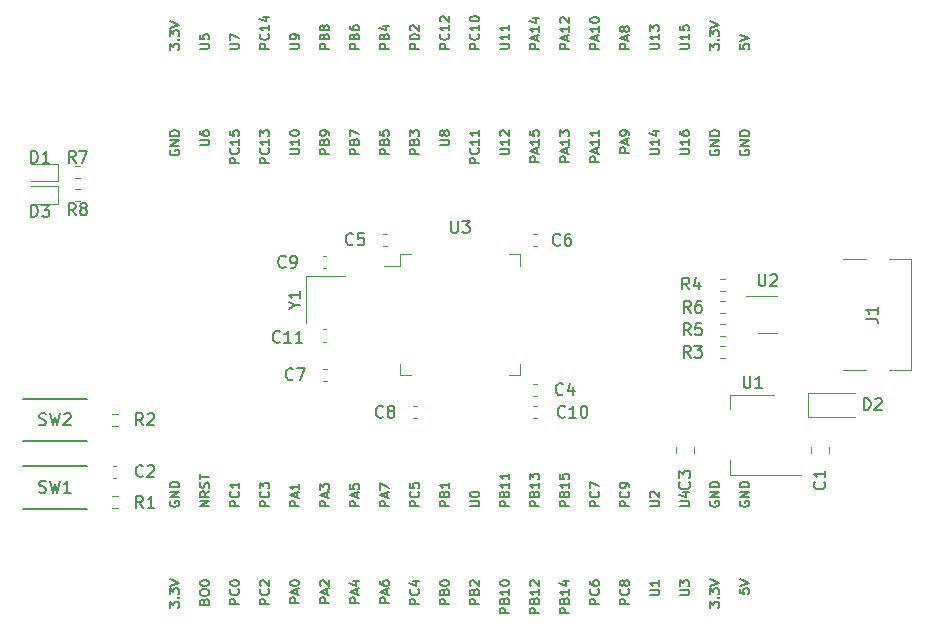
<source format=gbr>
G04 #@! TF.GenerationSoftware,KiCad,Pcbnew,6.0.7+dfsg-1+b1*
G04 #@! TF.CreationDate,2022-09-12T16:58:51+08:00*
G04 #@! TF.ProjectId,mcustm32f446,6d637573-746d-4333-9266-3434362e6b69,a*
G04 #@! TF.SameCoordinates,PX6b302f8PY7aeef28*
G04 #@! TF.FileFunction,Legend,Top*
G04 #@! TF.FilePolarity,Positive*
%FSLAX46Y46*%
G04 Gerber Fmt 4.6, Leading zero omitted, Abs format (unit mm)*
G04 Created by KiCad (PCBNEW 6.0.7+dfsg-1+b1) date 2022-09-12 16:58:51*
%MOMM*%
%LPD*%
G01*
G04 APERTURE LIST*
%ADD10C,0.150000*%
%ADD11C,0.120000*%
G04 APERTURE END LIST*
D10*
G04 #@! TO.C,D2*
X74191904Y19232620D02*
X74191904Y20232620D01*
X74430000Y20232620D01*
X74572857Y20185000D01*
X74668095Y20089762D01*
X74715714Y19994524D01*
X74763333Y19804048D01*
X74763333Y19661191D01*
X74715714Y19470715D01*
X74668095Y19375477D01*
X74572857Y19280239D01*
X74430000Y19232620D01*
X74191904Y19232620D01*
X75144285Y20137381D02*
X75191904Y20185000D01*
X75287142Y20232620D01*
X75525238Y20232620D01*
X75620476Y20185000D01*
X75668095Y20137381D01*
X75715714Y20042143D01*
X75715714Y19946905D01*
X75668095Y19804048D01*
X75096666Y19232620D01*
X75715714Y19232620D01*
G04 #@! TO.C,J1*
X74382380Y26971667D02*
X75096666Y26971667D01*
X75239523Y26924048D01*
X75334761Y26828810D01*
X75382380Y26685953D01*
X75382380Y26590715D01*
X75382380Y27971667D02*
X75382380Y27400239D01*
X75382380Y27685953D02*
X74382380Y27685953D01*
X74525238Y27590715D01*
X74620476Y27495477D01*
X74668095Y27400239D01*
G04 #@! TO.C,SW1*
X4381666Y12295239D02*
X4524523Y12247620D01*
X4762619Y12247620D01*
X4857857Y12295239D01*
X4905476Y12342858D01*
X4953095Y12438096D01*
X4953095Y12533334D01*
X4905476Y12628572D01*
X4857857Y12676191D01*
X4762619Y12723810D01*
X4572142Y12771429D01*
X4476904Y12819048D01*
X4429285Y12866667D01*
X4381666Y12961905D01*
X4381666Y13057143D01*
X4429285Y13152381D01*
X4476904Y13200000D01*
X4572142Y13247620D01*
X4810238Y13247620D01*
X4953095Y13200000D01*
X5286428Y13247620D02*
X5524523Y12247620D01*
X5715000Y12961905D01*
X5905476Y12247620D01*
X6143571Y13247620D01*
X7048333Y12247620D02*
X6476904Y12247620D01*
X6762619Y12247620D02*
X6762619Y13247620D01*
X6667380Y13104762D01*
X6572142Y13009524D01*
X6476904Y12961905D01*
G04 #@! TO.C,SW2*
X4381666Y18010239D02*
X4524523Y17962620D01*
X4762619Y17962620D01*
X4857857Y18010239D01*
X4905476Y18057858D01*
X4953095Y18153096D01*
X4953095Y18248334D01*
X4905476Y18343572D01*
X4857857Y18391191D01*
X4762619Y18438810D01*
X4572142Y18486429D01*
X4476904Y18534048D01*
X4429285Y18581667D01*
X4381666Y18676905D01*
X4381666Y18772143D01*
X4429285Y18867381D01*
X4476904Y18915000D01*
X4572142Y18962620D01*
X4810238Y18962620D01*
X4953095Y18915000D01*
X5286428Y18962620D02*
X5524523Y17962620D01*
X5715000Y18676905D01*
X5905476Y17962620D01*
X6143571Y18962620D01*
X6476904Y18867381D02*
X6524523Y18915000D01*
X6619761Y18962620D01*
X6857857Y18962620D01*
X6953095Y18915000D01*
X7000714Y18867381D01*
X7048333Y18772143D01*
X7048333Y18676905D01*
X7000714Y18534048D01*
X6429285Y17962620D01*
X7048333Y17962620D01*
G04 #@! TO.C,C5*
X30948333Y33297858D02*
X30900714Y33250239D01*
X30757857Y33202620D01*
X30662619Y33202620D01*
X30519761Y33250239D01*
X30424523Y33345477D01*
X30376904Y33440715D01*
X30329285Y33631191D01*
X30329285Y33774048D01*
X30376904Y33964524D01*
X30424523Y34059762D01*
X30519761Y34155000D01*
X30662619Y34202620D01*
X30757857Y34202620D01*
X30900714Y34155000D01*
X30948333Y34107381D01*
X31853095Y34202620D02*
X31376904Y34202620D01*
X31329285Y33726429D01*
X31376904Y33774048D01*
X31472142Y33821667D01*
X31710238Y33821667D01*
X31805476Y33774048D01*
X31853095Y33726429D01*
X31900714Y33631191D01*
X31900714Y33393096D01*
X31853095Y33297858D01*
X31805476Y33250239D01*
X31710238Y33202620D01*
X31472142Y33202620D01*
X31376904Y33250239D01*
X31329285Y33297858D01*
G04 #@! TO.C,C6*
X48483333Y33262858D02*
X48435714Y33215239D01*
X48292857Y33167620D01*
X48197619Y33167620D01*
X48054761Y33215239D01*
X47959523Y33310477D01*
X47911904Y33405715D01*
X47864285Y33596191D01*
X47864285Y33739048D01*
X47911904Y33929524D01*
X47959523Y34024762D01*
X48054761Y34120000D01*
X48197619Y34167620D01*
X48292857Y34167620D01*
X48435714Y34120000D01*
X48483333Y34072381D01*
X49340476Y34167620D02*
X49150000Y34167620D01*
X49054761Y34120000D01*
X49007142Y34072381D01*
X48911904Y33929524D01*
X48864285Y33739048D01*
X48864285Y33358096D01*
X48911904Y33262858D01*
X48959523Y33215239D01*
X49054761Y33167620D01*
X49245238Y33167620D01*
X49340476Y33215239D01*
X49388095Y33262858D01*
X49435714Y33358096D01*
X49435714Y33596191D01*
X49388095Y33691429D01*
X49340476Y33739048D01*
X49245238Y33786667D01*
X49054761Y33786667D01*
X48959523Y33739048D01*
X48911904Y33691429D01*
X48864285Y33596191D01*
G04 #@! TO.C,C7*
X25868333Y21867858D02*
X25820714Y21820239D01*
X25677857Y21772620D01*
X25582619Y21772620D01*
X25439761Y21820239D01*
X25344523Y21915477D01*
X25296904Y22010715D01*
X25249285Y22201191D01*
X25249285Y22344048D01*
X25296904Y22534524D01*
X25344523Y22629762D01*
X25439761Y22725000D01*
X25582619Y22772620D01*
X25677857Y22772620D01*
X25820714Y22725000D01*
X25868333Y22677381D01*
X26201666Y22772620D02*
X26868333Y22772620D01*
X26439761Y21772620D01*
G04 #@! TO.C,C8*
X33488333Y18692858D02*
X33440714Y18645239D01*
X33297857Y18597620D01*
X33202619Y18597620D01*
X33059761Y18645239D01*
X32964523Y18740477D01*
X32916904Y18835715D01*
X32869285Y19026191D01*
X32869285Y19169048D01*
X32916904Y19359524D01*
X32964523Y19454762D01*
X33059761Y19550000D01*
X33202619Y19597620D01*
X33297857Y19597620D01*
X33440714Y19550000D01*
X33488333Y19502381D01*
X34059761Y19169048D02*
X33964523Y19216667D01*
X33916904Y19264286D01*
X33869285Y19359524D01*
X33869285Y19407143D01*
X33916904Y19502381D01*
X33964523Y19550000D01*
X34059761Y19597620D01*
X34250238Y19597620D01*
X34345476Y19550000D01*
X34393095Y19502381D01*
X34440714Y19407143D01*
X34440714Y19359524D01*
X34393095Y19264286D01*
X34345476Y19216667D01*
X34250238Y19169048D01*
X34059761Y19169048D01*
X33964523Y19121429D01*
X33916904Y19073810D01*
X33869285Y18978572D01*
X33869285Y18788096D01*
X33916904Y18692858D01*
X33964523Y18645239D01*
X34059761Y18597620D01*
X34250238Y18597620D01*
X34345476Y18645239D01*
X34393095Y18692858D01*
X34440714Y18788096D01*
X34440714Y18978572D01*
X34393095Y19073810D01*
X34345476Y19121429D01*
X34250238Y19169048D01*
G04 #@! TO.C,U1*
X64008095Y22137620D02*
X64008095Y21328096D01*
X64055714Y21232858D01*
X64103333Y21185239D01*
X64198571Y21137620D01*
X64389047Y21137620D01*
X64484285Y21185239D01*
X64531904Y21232858D01*
X64579523Y21328096D01*
X64579523Y22137620D01*
X65579523Y21137620D02*
X65008095Y21137620D01*
X65293809Y21137620D02*
X65293809Y22137620D01*
X65198571Y21994762D01*
X65103333Y21899524D01*
X65008095Y21851905D01*
G04 #@! TO.C,C1*
X70842142Y13168334D02*
X70889761Y13120715D01*
X70937380Y12977858D01*
X70937380Y12882620D01*
X70889761Y12739762D01*
X70794523Y12644524D01*
X70699285Y12596905D01*
X70508809Y12549286D01*
X70365952Y12549286D01*
X70175476Y12596905D01*
X70080238Y12644524D01*
X69985000Y12739762D01*
X69937380Y12882620D01*
X69937380Y12977858D01*
X69985000Y13120715D01*
X70032619Y13168334D01*
X70937380Y14120715D02*
X70937380Y13549286D01*
X70937380Y13835000D02*
X69937380Y13835000D01*
X70080238Y13739762D01*
X70175476Y13644524D01*
X70223095Y13549286D01*
G04 #@! TO.C,C2*
X13168333Y13682858D02*
X13120714Y13635239D01*
X12977857Y13587620D01*
X12882619Y13587620D01*
X12739761Y13635239D01*
X12644523Y13730477D01*
X12596904Y13825715D01*
X12549285Y14016191D01*
X12549285Y14159048D01*
X12596904Y14349524D01*
X12644523Y14444762D01*
X12739761Y14540000D01*
X12882619Y14587620D01*
X12977857Y14587620D01*
X13120714Y14540000D01*
X13168333Y14492381D01*
X13549285Y14492381D02*
X13596904Y14540000D01*
X13692142Y14587620D01*
X13930238Y14587620D01*
X14025476Y14540000D01*
X14073095Y14492381D01*
X14120714Y14397143D01*
X14120714Y14301905D01*
X14073095Y14159048D01*
X13501666Y13587620D01*
X14120714Y13587620D01*
G04 #@! TO.C,D1*
X3706904Y40187620D02*
X3706904Y41187620D01*
X3945000Y41187620D01*
X4087857Y41140000D01*
X4183095Y41044762D01*
X4230714Y40949524D01*
X4278333Y40759048D01*
X4278333Y40616191D01*
X4230714Y40425715D01*
X4183095Y40330477D01*
X4087857Y40235239D01*
X3945000Y40187620D01*
X3706904Y40187620D01*
X5230714Y40187620D02*
X4659285Y40187620D01*
X4945000Y40187620D02*
X4945000Y41187620D01*
X4849761Y41044762D01*
X4754523Y40949524D01*
X4659285Y40901905D01*
G04 #@! TO.C,D3*
X3706904Y35582620D02*
X3706904Y36582620D01*
X3945000Y36582620D01*
X4087857Y36535000D01*
X4183095Y36439762D01*
X4230714Y36344524D01*
X4278333Y36154048D01*
X4278333Y36011191D01*
X4230714Y35820715D01*
X4183095Y35725477D01*
X4087857Y35630239D01*
X3945000Y35582620D01*
X3706904Y35582620D01*
X4611666Y36582620D02*
X5230714Y36582620D01*
X4897380Y36201667D01*
X5040238Y36201667D01*
X5135476Y36154048D01*
X5183095Y36106429D01*
X5230714Y36011191D01*
X5230714Y35773096D01*
X5183095Y35677858D01*
X5135476Y35630239D01*
X5040238Y35582620D01*
X4754523Y35582620D01*
X4659285Y35630239D01*
X4611666Y35677858D01*
G04 #@! TO.C,R4*
X59403333Y29452620D02*
X59070000Y29928810D01*
X58831904Y29452620D02*
X58831904Y30452620D01*
X59212857Y30452620D01*
X59308095Y30405000D01*
X59355714Y30357381D01*
X59403333Y30262143D01*
X59403333Y30119286D01*
X59355714Y30024048D01*
X59308095Y29976429D01*
X59212857Y29928810D01*
X58831904Y29928810D01*
X60260476Y30119286D02*
X60260476Y29452620D01*
X60022380Y30500239D02*
X59784285Y29785953D01*
X60403333Y29785953D01*
G04 #@! TO.C,R7*
X7453333Y40187620D02*
X7120000Y40663810D01*
X6881904Y40187620D02*
X6881904Y41187620D01*
X7262857Y41187620D01*
X7358095Y41140000D01*
X7405714Y41092381D01*
X7453333Y40997143D01*
X7453333Y40854286D01*
X7405714Y40759048D01*
X7358095Y40711429D01*
X7262857Y40663810D01*
X6881904Y40663810D01*
X7786666Y41187620D02*
X8453333Y41187620D01*
X8024761Y40187620D01*
G04 #@! TO.C,R8*
X7453333Y35742620D02*
X7120000Y36218810D01*
X6881904Y35742620D02*
X6881904Y36742620D01*
X7262857Y36742620D01*
X7358095Y36695000D01*
X7405714Y36647381D01*
X7453333Y36552143D01*
X7453333Y36409286D01*
X7405714Y36314048D01*
X7358095Y36266429D01*
X7262857Y36218810D01*
X6881904Y36218810D01*
X8024761Y36314048D02*
X7929523Y36361667D01*
X7881904Y36409286D01*
X7834285Y36504524D01*
X7834285Y36552143D01*
X7881904Y36647381D01*
X7929523Y36695000D01*
X8024761Y36742620D01*
X8215238Y36742620D01*
X8310476Y36695000D01*
X8358095Y36647381D01*
X8405714Y36552143D01*
X8405714Y36504524D01*
X8358095Y36409286D01*
X8310476Y36361667D01*
X8215238Y36314048D01*
X8024761Y36314048D01*
X7929523Y36266429D01*
X7881904Y36218810D01*
X7834285Y36123572D01*
X7834285Y35933096D01*
X7881904Y35837858D01*
X7929523Y35790239D01*
X8024761Y35742620D01*
X8215238Y35742620D01*
X8310476Y35790239D01*
X8358095Y35837858D01*
X8405714Y35933096D01*
X8405714Y36123572D01*
X8358095Y36218810D01*
X8310476Y36266429D01*
X8215238Y36314048D01*
G04 #@! TO.C,C9*
X25233333Y31392858D02*
X25185714Y31345239D01*
X25042857Y31297620D01*
X24947619Y31297620D01*
X24804761Y31345239D01*
X24709523Y31440477D01*
X24661904Y31535715D01*
X24614285Y31726191D01*
X24614285Y31869048D01*
X24661904Y32059524D01*
X24709523Y32154762D01*
X24804761Y32250000D01*
X24947619Y32297620D01*
X25042857Y32297620D01*
X25185714Y32250000D01*
X25233333Y32202381D01*
X25709523Y31297620D02*
X25900000Y31297620D01*
X25995238Y31345239D01*
X26042857Y31392858D01*
X26138095Y31535715D01*
X26185714Y31726191D01*
X26185714Y32107143D01*
X26138095Y32202381D01*
X26090476Y32250000D01*
X25995238Y32297620D01*
X25804761Y32297620D01*
X25709523Y32250000D01*
X25661904Y32202381D01*
X25614285Y32107143D01*
X25614285Y31869048D01*
X25661904Y31773810D01*
X25709523Y31726191D01*
X25804761Y31678572D01*
X25995238Y31678572D01*
X26090476Y31726191D01*
X26138095Y31773810D01*
X26185714Y31869048D01*
G04 #@! TO.C,C11*
X24757142Y25042858D02*
X24709523Y24995239D01*
X24566666Y24947620D01*
X24471428Y24947620D01*
X24328571Y24995239D01*
X24233333Y25090477D01*
X24185714Y25185715D01*
X24138095Y25376191D01*
X24138095Y25519048D01*
X24185714Y25709524D01*
X24233333Y25804762D01*
X24328571Y25900000D01*
X24471428Y25947620D01*
X24566666Y25947620D01*
X24709523Y25900000D01*
X24757142Y25852381D01*
X25709523Y24947620D02*
X25138095Y24947620D01*
X25423809Y24947620D02*
X25423809Y25947620D01*
X25328571Y25804762D01*
X25233333Y25709524D01*
X25138095Y25661905D01*
X26661904Y24947620D02*
X26090476Y24947620D01*
X26376190Y24947620D02*
X26376190Y25947620D01*
X26280952Y25804762D01*
X26185714Y25709524D01*
X26090476Y25661905D01*
G04 #@! TO.C,J2*
X39096904Y49817977D02*
X38296904Y49817977D01*
X38296904Y50122739D01*
X38335000Y50198929D01*
X38373095Y50237024D01*
X38449285Y50275120D01*
X38563571Y50275120D01*
X38639761Y50237024D01*
X38677857Y50198929D01*
X38715952Y50122739D01*
X38715952Y49817977D01*
X39020714Y51075120D02*
X39058809Y51037024D01*
X39096904Y50922739D01*
X39096904Y50846548D01*
X39058809Y50732262D01*
X38982619Y50656072D01*
X38906428Y50617977D01*
X38754047Y50579881D01*
X38639761Y50579881D01*
X38487380Y50617977D01*
X38411190Y50656072D01*
X38335000Y50732262D01*
X38296904Y50846548D01*
X38296904Y50922739D01*
X38335000Y51037024D01*
X38373095Y51075120D01*
X39096904Y51837024D02*
X39096904Y51379881D01*
X39096904Y51608453D02*
X38296904Y51608453D01*
X38411190Y51532262D01*
X38487380Y51456072D01*
X38525476Y51379881D01*
X38373095Y52141786D02*
X38335000Y52179881D01*
X38296904Y52256072D01*
X38296904Y52446548D01*
X38335000Y52522739D01*
X38373095Y52560834D01*
X38449285Y52598929D01*
X38525476Y52598929D01*
X38639761Y52560834D01*
X39096904Y52103691D01*
X39096904Y52598929D01*
X58616904Y40911072D02*
X59264523Y40911072D01*
X59340714Y40949167D01*
X59378809Y40987262D01*
X59416904Y41063453D01*
X59416904Y41215834D01*
X59378809Y41292024D01*
X59340714Y41330120D01*
X59264523Y41368215D01*
X58616904Y41368215D01*
X59416904Y42168215D02*
X59416904Y41711072D01*
X59416904Y41939643D02*
X58616904Y41939643D01*
X58731190Y41863453D01*
X58807380Y41787262D01*
X58845476Y41711072D01*
X58616904Y42853929D02*
X58616904Y42701548D01*
X58655000Y42625358D01*
X58693095Y42587262D01*
X58807380Y42511072D01*
X58959761Y42472977D01*
X59264523Y42472977D01*
X59340714Y42511072D01*
X59378809Y42549167D01*
X59416904Y42625358D01*
X59416904Y42777739D01*
X59378809Y42853929D01*
X59340714Y42892024D01*
X59264523Y42930120D01*
X59074047Y42930120D01*
X58997857Y42892024D01*
X58959761Y42853929D01*
X58921666Y42777739D01*
X58921666Y42625358D01*
X58959761Y42549167D01*
X58997857Y42511072D01*
X59074047Y42472977D01*
X28936904Y49817977D02*
X28136904Y49817977D01*
X28136904Y50122739D01*
X28175000Y50198929D01*
X28213095Y50237024D01*
X28289285Y50275120D01*
X28403571Y50275120D01*
X28479761Y50237024D01*
X28517857Y50198929D01*
X28555952Y50122739D01*
X28555952Y49817977D01*
X28517857Y50884643D02*
X28555952Y50998929D01*
X28594047Y51037024D01*
X28670238Y51075120D01*
X28784523Y51075120D01*
X28860714Y51037024D01*
X28898809Y50998929D01*
X28936904Y50922739D01*
X28936904Y50617977D01*
X28136904Y50617977D01*
X28136904Y50884643D01*
X28175000Y50960834D01*
X28213095Y50998929D01*
X28289285Y51037024D01*
X28365476Y51037024D01*
X28441666Y50998929D01*
X28479761Y50960834D01*
X28517857Y50884643D01*
X28517857Y50617977D01*
X28479761Y51532262D02*
X28441666Y51456072D01*
X28403571Y51417977D01*
X28327380Y51379881D01*
X28289285Y51379881D01*
X28213095Y51417977D01*
X28175000Y51456072D01*
X28136904Y51532262D01*
X28136904Y51684643D01*
X28175000Y51760834D01*
X28213095Y51798929D01*
X28289285Y51837024D01*
X28327380Y51837024D01*
X28403571Y51798929D01*
X28441666Y51760834D01*
X28479761Y51684643D01*
X28479761Y51532262D01*
X28517857Y51456072D01*
X28555952Y51417977D01*
X28632142Y51379881D01*
X28784523Y51379881D01*
X28860714Y51417977D01*
X28898809Y51456072D01*
X28936904Y51532262D01*
X28936904Y51684643D01*
X28898809Y51760834D01*
X28860714Y51798929D01*
X28784523Y51837024D01*
X28632142Y51837024D01*
X28555952Y51798929D01*
X28517857Y51760834D01*
X28479761Y51684643D01*
X34016904Y11082977D02*
X33216904Y11082977D01*
X33216904Y11387739D01*
X33255000Y11463929D01*
X33293095Y11502024D01*
X33369285Y11540120D01*
X33483571Y11540120D01*
X33559761Y11502024D01*
X33597857Y11463929D01*
X33635952Y11387739D01*
X33635952Y11082977D01*
X33788333Y11844881D02*
X33788333Y12225834D01*
X34016904Y11768691D02*
X33216904Y12035358D01*
X34016904Y12302024D01*
X33216904Y12492500D02*
X33216904Y13025834D01*
X34016904Y12682977D01*
X26396904Y11082977D02*
X25596904Y11082977D01*
X25596904Y11387739D01*
X25635000Y11463929D01*
X25673095Y11502024D01*
X25749285Y11540120D01*
X25863571Y11540120D01*
X25939761Y11502024D01*
X25977857Y11463929D01*
X26015952Y11387739D01*
X26015952Y11082977D01*
X26168333Y11844881D02*
X26168333Y12225834D01*
X26396904Y11768691D02*
X25596904Y12035358D01*
X26396904Y12302024D01*
X26396904Y12987739D02*
X26396904Y12530596D01*
X26396904Y12759167D02*
X25596904Y12759167D01*
X25711190Y12682977D01*
X25787380Y12606786D01*
X25825476Y12530596D01*
X56076904Y3572977D02*
X56724523Y3572977D01*
X56800714Y3611072D01*
X56838809Y3649167D01*
X56876904Y3725358D01*
X56876904Y3877739D01*
X56838809Y3953929D01*
X56800714Y3992024D01*
X56724523Y4030120D01*
X56076904Y4030120D01*
X56876904Y4830120D02*
X56876904Y4372977D01*
X56876904Y4601548D02*
X56076904Y4601548D01*
X56191190Y4525358D01*
X56267380Y4449167D01*
X56305476Y4372977D01*
X46716904Y49817977D02*
X45916904Y49817977D01*
X45916904Y50122739D01*
X45955000Y50198929D01*
X45993095Y50237024D01*
X46069285Y50275120D01*
X46183571Y50275120D01*
X46259761Y50237024D01*
X46297857Y50198929D01*
X46335952Y50122739D01*
X46335952Y49817977D01*
X46488333Y50579881D02*
X46488333Y50960834D01*
X46716904Y50503691D02*
X45916904Y50770358D01*
X46716904Y51037024D01*
X46716904Y51722739D02*
X46716904Y51265596D01*
X46716904Y51494167D02*
X45916904Y51494167D01*
X46031190Y51417977D01*
X46107380Y51341786D01*
X46145476Y51265596D01*
X46183571Y52408453D02*
X46716904Y52408453D01*
X45878809Y52217977D02*
X46450238Y52027500D01*
X46450238Y52522739D01*
X46716904Y40263453D02*
X45916904Y40263453D01*
X45916904Y40568215D01*
X45955000Y40644405D01*
X45993095Y40682500D01*
X46069285Y40720596D01*
X46183571Y40720596D01*
X46259761Y40682500D01*
X46297857Y40644405D01*
X46335952Y40568215D01*
X46335952Y40263453D01*
X46488333Y41025358D02*
X46488333Y41406310D01*
X46716904Y40949167D02*
X45916904Y41215834D01*
X46716904Y41482500D01*
X46716904Y42168215D02*
X46716904Y41711072D01*
X46716904Y41939643D02*
X45916904Y41939643D01*
X46031190Y41863453D01*
X46107380Y41787262D01*
X46145476Y41711072D01*
X45916904Y42892024D02*
X45916904Y42511072D01*
X46297857Y42472977D01*
X46259761Y42511072D01*
X46221666Y42587262D01*
X46221666Y42777739D01*
X46259761Y42853929D01*
X46297857Y42892024D01*
X46374047Y42930120D01*
X46564523Y42930120D01*
X46640714Y42892024D01*
X46678809Y42853929D01*
X46716904Y42777739D01*
X46716904Y42587262D01*
X46678809Y42511072D01*
X46640714Y42472977D01*
X54336904Y41025358D02*
X53536904Y41025358D01*
X53536904Y41330120D01*
X53575000Y41406310D01*
X53613095Y41444405D01*
X53689285Y41482500D01*
X53803571Y41482500D01*
X53879761Y41444405D01*
X53917857Y41406310D01*
X53955952Y41330120D01*
X53955952Y41025358D01*
X54108333Y41787262D02*
X54108333Y42168215D01*
X54336904Y41711072D02*
X53536904Y41977739D01*
X54336904Y42244405D01*
X54336904Y42549167D02*
X54336904Y42701548D01*
X54298809Y42777739D01*
X54260714Y42815834D01*
X54146428Y42892024D01*
X53994047Y42930120D01*
X53689285Y42930120D01*
X53613095Y42892024D01*
X53575000Y42853929D01*
X53536904Y42777739D01*
X53536904Y42625358D01*
X53575000Y42549167D01*
X53613095Y42511072D01*
X53689285Y42472977D01*
X53879761Y42472977D01*
X53955952Y42511072D01*
X53994047Y42549167D01*
X54032142Y42625358D01*
X54032142Y42777739D01*
X53994047Y42853929D01*
X53955952Y42892024D01*
X53879761Y42930120D01*
X61195000Y41253929D02*
X61156904Y41177739D01*
X61156904Y41063453D01*
X61195000Y40949167D01*
X61271190Y40872977D01*
X61347380Y40834881D01*
X61499761Y40796786D01*
X61614047Y40796786D01*
X61766428Y40834881D01*
X61842619Y40872977D01*
X61918809Y40949167D01*
X61956904Y41063453D01*
X61956904Y41139643D01*
X61918809Y41253929D01*
X61880714Y41292024D01*
X61614047Y41292024D01*
X61614047Y41139643D01*
X61956904Y41634881D02*
X61156904Y41634881D01*
X61956904Y42092024D01*
X61156904Y42092024D01*
X61956904Y42472977D02*
X61156904Y42472977D01*
X61156904Y42663453D01*
X61195000Y42777739D01*
X61271190Y42853929D01*
X61347380Y42892024D01*
X61499761Y42930120D01*
X61614047Y42930120D01*
X61766428Y42892024D01*
X61842619Y42853929D01*
X61918809Y42777739D01*
X61956904Y42663453D01*
X61956904Y42472977D01*
X54336904Y11082977D02*
X53536904Y11082977D01*
X53536904Y11387739D01*
X53575000Y11463929D01*
X53613095Y11502024D01*
X53689285Y11540120D01*
X53803571Y11540120D01*
X53879761Y11502024D01*
X53917857Y11463929D01*
X53955952Y11387739D01*
X53955952Y11082977D01*
X54260714Y12340120D02*
X54298809Y12302024D01*
X54336904Y12187739D01*
X54336904Y12111548D01*
X54298809Y11997262D01*
X54222619Y11921072D01*
X54146428Y11882977D01*
X53994047Y11844881D01*
X53879761Y11844881D01*
X53727380Y11882977D01*
X53651190Y11921072D01*
X53575000Y11997262D01*
X53536904Y12111548D01*
X53536904Y12187739D01*
X53575000Y12302024D01*
X53613095Y12340120D01*
X54336904Y12721072D02*
X54336904Y12873453D01*
X54298809Y12949643D01*
X54260714Y12987739D01*
X54146428Y13063929D01*
X53994047Y13102024D01*
X53689285Y13102024D01*
X53613095Y13063929D01*
X53575000Y13025834D01*
X53536904Y12949643D01*
X53536904Y12797262D01*
X53575000Y12721072D01*
X53613095Y12682977D01*
X53689285Y12644881D01*
X53879761Y12644881D01*
X53955952Y12682977D01*
X53994047Y12721072D01*
X54032142Y12797262D01*
X54032142Y12949643D01*
X53994047Y13025834D01*
X53955952Y13063929D01*
X53879761Y13102024D01*
X31476904Y40911072D02*
X30676904Y40911072D01*
X30676904Y41215834D01*
X30715000Y41292024D01*
X30753095Y41330120D01*
X30829285Y41368215D01*
X30943571Y41368215D01*
X31019761Y41330120D01*
X31057857Y41292024D01*
X31095952Y41215834D01*
X31095952Y40911072D01*
X31057857Y41977739D02*
X31095952Y42092024D01*
X31134047Y42130120D01*
X31210238Y42168215D01*
X31324523Y42168215D01*
X31400714Y42130120D01*
X31438809Y42092024D01*
X31476904Y42015834D01*
X31476904Y41711072D01*
X30676904Y41711072D01*
X30676904Y41977739D01*
X30715000Y42053929D01*
X30753095Y42092024D01*
X30829285Y42130120D01*
X30905476Y42130120D01*
X30981666Y42092024D01*
X31019761Y42053929D01*
X31057857Y41977739D01*
X31057857Y41711072D01*
X30676904Y42434881D02*
X30676904Y42968215D01*
X31476904Y42625358D01*
X23856904Y49817977D02*
X23056904Y49817977D01*
X23056904Y50122739D01*
X23095000Y50198929D01*
X23133095Y50237024D01*
X23209285Y50275120D01*
X23323571Y50275120D01*
X23399761Y50237024D01*
X23437857Y50198929D01*
X23475952Y50122739D01*
X23475952Y49817977D01*
X23780714Y51075120D02*
X23818809Y51037024D01*
X23856904Y50922739D01*
X23856904Y50846548D01*
X23818809Y50732262D01*
X23742619Y50656072D01*
X23666428Y50617977D01*
X23514047Y50579881D01*
X23399761Y50579881D01*
X23247380Y50617977D01*
X23171190Y50656072D01*
X23095000Y50732262D01*
X23056904Y50846548D01*
X23056904Y50922739D01*
X23095000Y51037024D01*
X23133095Y51075120D01*
X23856904Y51837024D02*
X23856904Y51379881D01*
X23856904Y51608453D02*
X23056904Y51608453D01*
X23171190Y51532262D01*
X23247380Y51456072D01*
X23285476Y51379881D01*
X23323571Y52522739D02*
X23856904Y52522739D01*
X23018809Y52332262D02*
X23590238Y52141786D01*
X23590238Y52637024D01*
X18776904Y11082977D02*
X17976904Y11082977D01*
X18776904Y11540120D01*
X17976904Y11540120D01*
X18776904Y12378215D02*
X18395952Y12111548D01*
X18776904Y11921072D02*
X17976904Y11921072D01*
X17976904Y12225834D01*
X18015000Y12302024D01*
X18053095Y12340120D01*
X18129285Y12378215D01*
X18243571Y12378215D01*
X18319761Y12340120D01*
X18357857Y12302024D01*
X18395952Y12225834D01*
X18395952Y11921072D01*
X18738809Y12682977D02*
X18776904Y12797262D01*
X18776904Y12987739D01*
X18738809Y13063929D01*
X18700714Y13102024D01*
X18624523Y13140120D01*
X18548333Y13140120D01*
X18472142Y13102024D01*
X18434047Y13063929D01*
X18395952Y12987739D01*
X18357857Y12835358D01*
X18319761Y12759167D01*
X18281666Y12721072D01*
X18205476Y12682977D01*
X18129285Y12682977D01*
X18053095Y12721072D01*
X18015000Y12759167D01*
X17976904Y12835358D01*
X17976904Y13025834D01*
X18015000Y13140120D01*
X17976904Y13368691D02*
X17976904Y13825834D01*
X18776904Y13597262D02*
X17976904Y13597262D01*
X41636904Y40149167D02*
X40836904Y40149167D01*
X40836904Y40453929D01*
X40875000Y40530120D01*
X40913095Y40568215D01*
X40989285Y40606310D01*
X41103571Y40606310D01*
X41179761Y40568215D01*
X41217857Y40530120D01*
X41255952Y40453929D01*
X41255952Y40149167D01*
X41560714Y41406310D02*
X41598809Y41368215D01*
X41636904Y41253929D01*
X41636904Y41177739D01*
X41598809Y41063453D01*
X41522619Y40987262D01*
X41446428Y40949167D01*
X41294047Y40911072D01*
X41179761Y40911072D01*
X41027380Y40949167D01*
X40951190Y40987262D01*
X40875000Y41063453D01*
X40836904Y41177739D01*
X40836904Y41253929D01*
X40875000Y41368215D01*
X40913095Y41406310D01*
X41636904Y42168215D02*
X41636904Y41711072D01*
X41636904Y41939643D02*
X40836904Y41939643D01*
X40951190Y41863453D01*
X41027380Y41787262D01*
X41065476Y41711072D01*
X41636904Y42930120D02*
X41636904Y42472977D01*
X41636904Y42701548D02*
X40836904Y42701548D01*
X40951190Y42625358D01*
X41027380Y42549167D01*
X41065476Y42472977D01*
X51796904Y49817977D02*
X50996904Y49817977D01*
X50996904Y50122739D01*
X51035000Y50198929D01*
X51073095Y50237024D01*
X51149285Y50275120D01*
X51263571Y50275120D01*
X51339761Y50237024D01*
X51377857Y50198929D01*
X51415952Y50122739D01*
X51415952Y49817977D01*
X51568333Y50579881D02*
X51568333Y50960834D01*
X51796904Y50503691D02*
X50996904Y50770358D01*
X51796904Y51037024D01*
X51796904Y51722739D02*
X51796904Y51265596D01*
X51796904Y51494167D02*
X50996904Y51494167D01*
X51111190Y51417977D01*
X51187380Y51341786D01*
X51225476Y51265596D01*
X50996904Y52217977D02*
X50996904Y52294167D01*
X51035000Y52370358D01*
X51073095Y52408453D01*
X51149285Y52446548D01*
X51301666Y52484643D01*
X51492142Y52484643D01*
X51644523Y52446548D01*
X51720714Y52408453D01*
X51758809Y52370358D01*
X51796904Y52294167D01*
X51796904Y52217977D01*
X51758809Y52141786D01*
X51720714Y52103691D01*
X51644523Y52065596D01*
X51492142Y52027500D01*
X51301666Y52027500D01*
X51149285Y52065596D01*
X51073095Y52103691D01*
X51035000Y52141786D01*
X50996904Y52217977D01*
X56076904Y49817977D02*
X56724523Y49817977D01*
X56800714Y49856072D01*
X56838809Y49894167D01*
X56876904Y49970358D01*
X56876904Y50122739D01*
X56838809Y50198929D01*
X56800714Y50237024D01*
X56724523Y50275120D01*
X56076904Y50275120D01*
X56876904Y51075120D02*
X56876904Y50617977D01*
X56876904Y50846548D02*
X56076904Y50846548D01*
X56191190Y50770358D01*
X56267380Y50694167D01*
X56305476Y50617977D01*
X56076904Y51341786D02*
X56076904Y51837024D01*
X56381666Y51570358D01*
X56381666Y51684643D01*
X56419761Y51760834D01*
X56457857Y51798929D01*
X56534047Y51837024D01*
X56724523Y51837024D01*
X56800714Y51798929D01*
X56838809Y51760834D01*
X56876904Y51684643D01*
X56876904Y51456072D01*
X56838809Y51379881D01*
X56800714Y51341786D01*
X31476904Y11082977D02*
X30676904Y11082977D01*
X30676904Y11387739D01*
X30715000Y11463929D01*
X30753095Y11502024D01*
X30829285Y11540120D01*
X30943571Y11540120D01*
X31019761Y11502024D01*
X31057857Y11463929D01*
X31095952Y11387739D01*
X31095952Y11082977D01*
X31248333Y11844881D02*
X31248333Y12225834D01*
X31476904Y11768691D02*
X30676904Y12035358D01*
X31476904Y12302024D01*
X30676904Y12949643D02*
X30676904Y12568691D01*
X31057857Y12530596D01*
X31019761Y12568691D01*
X30981666Y12644881D01*
X30981666Y12835358D01*
X31019761Y12911548D01*
X31057857Y12949643D01*
X31134047Y12987739D01*
X31324523Y12987739D01*
X31400714Y12949643D01*
X31438809Y12911548D01*
X31476904Y12835358D01*
X31476904Y12644881D01*
X31438809Y12568691D01*
X31400714Y12530596D01*
X56076904Y40911072D02*
X56724523Y40911072D01*
X56800714Y40949167D01*
X56838809Y40987262D01*
X56876904Y41063453D01*
X56876904Y41215834D01*
X56838809Y41292024D01*
X56800714Y41330120D01*
X56724523Y41368215D01*
X56076904Y41368215D01*
X56876904Y42168215D02*
X56876904Y41711072D01*
X56876904Y41939643D02*
X56076904Y41939643D01*
X56191190Y41863453D01*
X56267380Y41787262D01*
X56305476Y41711072D01*
X56343571Y42853929D02*
X56876904Y42853929D01*
X56038809Y42663453D02*
X56610238Y42472977D01*
X56610238Y42968215D01*
X36556904Y2811072D02*
X35756904Y2811072D01*
X35756904Y3115834D01*
X35795000Y3192024D01*
X35833095Y3230120D01*
X35909285Y3268215D01*
X36023571Y3268215D01*
X36099761Y3230120D01*
X36137857Y3192024D01*
X36175952Y3115834D01*
X36175952Y2811072D01*
X36480714Y4068215D02*
X36518809Y4030120D01*
X36556904Y3915834D01*
X36556904Y3839643D01*
X36518809Y3725358D01*
X36442619Y3649167D01*
X36366428Y3611072D01*
X36214047Y3572977D01*
X36099761Y3572977D01*
X35947380Y3611072D01*
X35871190Y3649167D01*
X35795000Y3725358D01*
X35756904Y3839643D01*
X35756904Y3915834D01*
X35795000Y4030120D01*
X35833095Y4068215D01*
X36023571Y4753929D02*
X36556904Y4753929D01*
X35718809Y4563453D02*
X36290238Y4372977D01*
X36290238Y4868215D01*
X41636904Y49817977D02*
X40836904Y49817977D01*
X40836904Y50122739D01*
X40875000Y50198929D01*
X40913095Y50237024D01*
X40989285Y50275120D01*
X41103571Y50275120D01*
X41179761Y50237024D01*
X41217857Y50198929D01*
X41255952Y50122739D01*
X41255952Y49817977D01*
X41560714Y51075120D02*
X41598809Y51037024D01*
X41636904Y50922739D01*
X41636904Y50846548D01*
X41598809Y50732262D01*
X41522619Y50656072D01*
X41446428Y50617977D01*
X41294047Y50579881D01*
X41179761Y50579881D01*
X41027380Y50617977D01*
X40951190Y50656072D01*
X40875000Y50732262D01*
X40836904Y50846548D01*
X40836904Y50922739D01*
X40875000Y51037024D01*
X40913095Y51075120D01*
X41636904Y51837024D02*
X41636904Y51379881D01*
X41636904Y51608453D02*
X40836904Y51608453D01*
X40951190Y51532262D01*
X41027380Y51456072D01*
X41065476Y51379881D01*
X40836904Y52332262D02*
X40836904Y52408453D01*
X40875000Y52484643D01*
X40913095Y52522739D01*
X40989285Y52560834D01*
X41141666Y52598929D01*
X41332142Y52598929D01*
X41484523Y52560834D01*
X41560714Y52522739D01*
X41598809Y52484643D01*
X41636904Y52408453D01*
X41636904Y52332262D01*
X41598809Y52256072D01*
X41560714Y52217977D01*
X41484523Y52179881D01*
X41332142Y52141786D01*
X41141666Y52141786D01*
X40989285Y52179881D01*
X40913095Y52217977D01*
X40875000Y52256072D01*
X40836904Y52332262D01*
X34016904Y2925358D02*
X33216904Y2925358D01*
X33216904Y3230120D01*
X33255000Y3306310D01*
X33293095Y3344405D01*
X33369285Y3382500D01*
X33483571Y3382500D01*
X33559761Y3344405D01*
X33597857Y3306310D01*
X33635952Y3230120D01*
X33635952Y2925358D01*
X33788333Y3687262D02*
X33788333Y4068215D01*
X34016904Y3611072D02*
X33216904Y3877739D01*
X34016904Y4144405D01*
X33216904Y4753929D02*
X33216904Y4601548D01*
X33255000Y4525358D01*
X33293095Y4487262D01*
X33407380Y4411072D01*
X33559761Y4372977D01*
X33864523Y4372977D01*
X33940714Y4411072D01*
X33978809Y4449167D01*
X34016904Y4525358D01*
X34016904Y4677739D01*
X33978809Y4753929D01*
X33940714Y4792024D01*
X33864523Y4830120D01*
X33674047Y4830120D01*
X33597857Y4792024D01*
X33559761Y4753929D01*
X33521666Y4677739D01*
X33521666Y4525358D01*
X33559761Y4449167D01*
X33597857Y4411072D01*
X33674047Y4372977D01*
X63735000Y41253929D02*
X63696904Y41177739D01*
X63696904Y41063453D01*
X63735000Y40949167D01*
X63811190Y40872977D01*
X63887380Y40834881D01*
X64039761Y40796786D01*
X64154047Y40796786D01*
X64306428Y40834881D01*
X64382619Y40872977D01*
X64458809Y40949167D01*
X64496904Y41063453D01*
X64496904Y41139643D01*
X64458809Y41253929D01*
X64420714Y41292024D01*
X64154047Y41292024D01*
X64154047Y41139643D01*
X64496904Y41634881D02*
X63696904Y41634881D01*
X64496904Y42092024D01*
X63696904Y42092024D01*
X64496904Y42472977D02*
X63696904Y42472977D01*
X63696904Y42663453D01*
X63735000Y42777739D01*
X63811190Y42853929D01*
X63887380Y42892024D01*
X64039761Y42930120D01*
X64154047Y42930120D01*
X64306428Y42892024D01*
X64382619Y42853929D01*
X64458809Y42777739D01*
X64496904Y42663453D01*
X64496904Y42472977D01*
X17976904Y49817977D02*
X18624523Y49817977D01*
X18700714Y49856072D01*
X18738809Y49894167D01*
X18776904Y49970358D01*
X18776904Y50122739D01*
X18738809Y50198929D01*
X18700714Y50237024D01*
X18624523Y50275120D01*
X17976904Y50275120D01*
X17976904Y51037024D02*
X17976904Y50656072D01*
X18357857Y50617977D01*
X18319761Y50656072D01*
X18281666Y50732262D01*
X18281666Y50922739D01*
X18319761Y50998929D01*
X18357857Y51037024D01*
X18434047Y51075120D01*
X18624523Y51075120D01*
X18700714Y51037024D01*
X18738809Y50998929D01*
X18776904Y50922739D01*
X18776904Y50732262D01*
X18738809Y50656072D01*
X18700714Y50617977D01*
X61156904Y49741786D02*
X61156904Y50237024D01*
X61461666Y49970358D01*
X61461666Y50084643D01*
X61499761Y50160834D01*
X61537857Y50198929D01*
X61614047Y50237024D01*
X61804523Y50237024D01*
X61880714Y50198929D01*
X61918809Y50160834D01*
X61956904Y50084643D01*
X61956904Y49856072D01*
X61918809Y49779881D01*
X61880714Y49741786D01*
X61880714Y50579881D02*
X61918809Y50617977D01*
X61956904Y50579881D01*
X61918809Y50541786D01*
X61880714Y50579881D01*
X61956904Y50579881D01*
X61156904Y50884643D02*
X61156904Y51379881D01*
X61461666Y51113215D01*
X61461666Y51227500D01*
X61499761Y51303691D01*
X61537857Y51341786D01*
X61614047Y51379881D01*
X61804523Y51379881D01*
X61880714Y51341786D01*
X61918809Y51303691D01*
X61956904Y51227500D01*
X61956904Y50998929D01*
X61918809Y50922739D01*
X61880714Y50884643D01*
X61156904Y51608453D02*
X61956904Y51875120D01*
X61156904Y52141786D01*
X21316904Y11082977D02*
X20516904Y11082977D01*
X20516904Y11387739D01*
X20555000Y11463929D01*
X20593095Y11502024D01*
X20669285Y11540120D01*
X20783571Y11540120D01*
X20859761Y11502024D01*
X20897857Y11463929D01*
X20935952Y11387739D01*
X20935952Y11082977D01*
X21240714Y12340120D02*
X21278809Y12302024D01*
X21316904Y12187739D01*
X21316904Y12111548D01*
X21278809Y11997262D01*
X21202619Y11921072D01*
X21126428Y11882977D01*
X20974047Y11844881D01*
X20859761Y11844881D01*
X20707380Y11882977D01*
X20631190Y11921072D01*
X20555000Y11997262D01*
X20516904Y12111548D01*
X20516904Y12187739D01*
X20555000Y12302024D01*
X20593095Y12340120D01*
X21316904Y13102024D02*
X21316904Y12644881D01*
X21316904Y12873453D02*
X20516904Y12873453D01*
X20631190Y12797262D01*
X20707380Y12721072D01*
X20745476Y12644881D01*
X43376904Y49817977D02*
X44024523Y49817977D01*
X44100714Y49856072D01*
X44138809Y49894167D01*
X44176904Y49970358D01*
X44176904Y50122739D01*
X44138809Y50198929D01*
X44100714Y50237024D01*
X44024523Y50275120D01*
X43376904Y50275120D01*
X44176904Y51075120D02*
X44176904Y50617977D01*
X44176904Y50846548D02*
X43376904Y50846548D01*
X43491190Y50770358D01*
X43567380Y50694167D01*
X43605476Y50617977D01*
X44176904Y51837024D02*
X44176904Y51379881D01*
X44176904Y51608453D02*
X43376904Y51608453D01*
X43491190Y51532262D01*
X43567380Y51456072D01*
X43605476Y51379881D01*
X49256904Y11082977D02*
X48456904Y11082977D01*
X48456904Y11387739D01*
X48495000Y11463929D01*
X48533095Y11502024D01*
X48609285Y11540120D01*
X48723571Y11540120D01*
X48799761Y11502024D01*
X48837857Y11463929D01*
X48875952Y11387739D01*
X48875952Y11082977D01*
X48837857Y12149643D02*
X48875952Y12263929D01*
X48914047Y12302024D01*
X48990238Y12340120D01*
X49104523Y12340120D01*
X49180714Y12302024D01*
X49218809Y12263929D01*
X49256904Y12187739D01*
X49256904Y11882977D01*
X48456904Y11882977D01*
X48456904Y12149643D01*
X48495000Y12225834D01*
X48533095Y12263929D01*
X48609285Y12302024D01*
X48685476Y12302024D01*
X48761666Y12263929D01*
X48799761Y12225834D01*
X48837857Y12149643D01*
X48837857Y11882977D01*
X49256904Y13102024D02*
X49256904Y12644881D01*
X49256904Y12873453D02*
X48456904Y12873453D01*
X48571190Y12797262D01*
X48647380Y12721072D01*
X48685476Y12644881D01*
X48456904Y13825834D02*
X48456904Y13444881D01*
X48837857Y13406786D01*
X48799761Y13444881D01*
X48761666Y13521072D01*
X48761666Y13711548D01*
X48799761Y13787739D01*
X48837857Y13825834D01*
X48914047Y13863929D01*
X49104523Y13863929D01*
X49180714Y13825834D01*
X49218809Y13787739D01*
X49256904Y13711548D01*
X49256904Y13521072D01*
X49218809Y13444881D01*
X49180714Y13406786D01*
X51796904Y40263453D02*
X50996904Y40263453D01*
X50996904Y40568215D01*
X51035000Y40644405D01*
X51073095Y40682500D01*
X51149285Y40720596D01*
X51263571Y40720596D01*
X51339761Y40682500D01*
X51377857Y40644405D01*
X51415952Y40568215D01*
X51415952Y40263453D01*
X51568333Y41025358D02*
X51568333Y41406310D01*
X51796904Y40949167D02*
X50996904Y41215834D01*
X51796904Y41482500D01*
X51796904Y42168215D02*
X51796904Y41711072D01*
X51796904Y41939643D02*
X50996904Y41939643D01*
X51111190Y41863453D01*
X51187380Y41787262D01*
X51225476Y41711072D01*
X51796904Y42930120D02*
X51796904Y42472977D01*
X51796904Y42701548D02*
X50996904Y42701548D01*
X51111190Y42625358D01*
X51187380Y42549167D01*
X51225476Y42472977D01*
X25596904Y49817977D02*
X26244523Y49817977D01*
X26320714Y49856072D01*
X26358809Y49894167D01*
X26396904Y49970358D01*
X26396904Y50122739D01*
X26358809Y50198929D01*
X26320714Y50237024D01*
X26244523Y50275120D01*
X25596904Y50275120D01*
X26396904Y50694167D02*
X26396904Y50846548D01*
X26358809Y50922739D01*
X26320714Y50960834D01*
X26206428Y51037024D01*
X26054047Y51075120D01*
X25749285Y51075120D01*
X25673095Y51037024D01*
X25635000Y50998929D01*
X25596904Y50922739D01*
X25596904Y50770358D01*
X25635000Y50694167D01*
X25673095Y50656072D01*
X25749285Y50617977D01*
X25939761Y50617977D01*
X26015952Y50656072D01*
X26054047Y50694167D01*
X26092142Y50770358D01*
X26092142Y50922739D01*
X26054047Y50998929D01*
X26015952Y51037024D01*
X25939761Y51075120D01*
X51796904Y2811072D02*
X50996904Y2811072D01*
X50996904Y3115834D01*
X51035000Y3192024D01*
X51073095Y3230120D01*
X51149285Y3268215D01*
X51263571Y3268215D01*
X51339761Y3230120D01*
X51377857Y3192024D01*
X51415952Y3115834D01*
X51415952Y2811072D01*
X51720714Y4068215D02*
X51758809Y4030120D01*
X51796904Y3915834D01*
X51796904Y3839643D01*
X51758809Y3725358D01*
X51682619Y3649167D01*
X51606428Y3611072D01*
X51454047Y3572977D01*
X51339761Y3572977D01*
X51187380Y3611072D01*
X51111190Y3649167D01*
X51035000Y3725358D01*
X50996904Y3839643D01*
X50996904Y3915834D01*
X51035000Y4030120D01*
X51073095Y4068215D01*
X50996904Y4753929D02*
X50996904Y4601548D01*
X51035000Y4525358D01*
X51073095Y4487262D01*
X51187380Y4411072D01*
X51339761Y4372977D01*
X51644523Y4372977D01*
X51720714Y4411072D01*
X51758809Y4449167D01*
X51796904Y4525358D01*
X51796904Y4677739D01*
X51758809Y4753929D01*
X51720714Y4792024D01*
X51644523Y4830120D01*
X51454047Y4830120D01*
X51377857Y4792024D01*
X51339761Y4753929D01*
X51301666Y4677739D01*
X51301666Y4525358D01*
X51339761Y4449167D01*
X51377857Y4411072D01*
X51454047Y4372977D01*
X63735000Y11502024D02*
X63696904Y11425834D01*
X63696904Y11311548D01*
X63735000Y11197262D01*
X63811190Y11121072D01*
X63887380Y11082977D01*
X64039761Y11044881D01*
X64154047Y11044881D01*
X64306428Y11082977D01*
X64382619Y11121072D01*
X64458809Y11197262D01*
X64496904Y11311548D01*
X64496904Y11387739D01*
X64458809Y11502024D01*
X64420714Y11540120D01*
X64154047Y11540120D01*
X64154047Y11387739D01*
X64496904Y11882977D02*
X63696904Y11882977D01*
X64496904Y12340120D01*
X63696904Y12340120D01*
X64496904Y12721072D02*
X63696904Y12721072D01*
X63696904Y12911548D01*
X63735000Y13025834D01*
X63811190Y13102024D01*
X63887380Y13140120D01*
X64039761Y13178215D01*
X64154047Y13178215D01*
X64306428Y13140120D01*
X64382619Y13102024D01*
X64458809Y13025834D01*
X64496904Y12911548D01*
X64496904Y12721072D01*
X15475000Y41253929D02*
X15436904Y41177739D01*
X15436904Y41063453D01*
X15475000Y40949167D01*
X15551190Y40872977D01*
X15627380Y40834881D01*
X15779761Y40796786D01*
X15894047Y40796786D01*
X16046428Y40834881D01*
X16122619Y40872977D01*
X16198809Y40949167D01*
X16236904Y41063453D01*
X16236904Y41139643D01*
X16198809Y41253929D01*
X16160714Y41292024D01*
X15894047Y41292024D01*
X15894047Y41139643D01*
X16236904Y41634881D02*
X15436904Y41634881D01*
X16236904Y42092024D01*
X15436904Y42092024D01*
X16236904Y42472977D02*
X15436904Y42472977D01*
X15436904Y42663453D01*
X15475000Y42777739D01*
X15551190Y42853929D01*
X15627380Y42892024D01*
X15779761Y42930120D01*
X15894047Y42930120D01*
X16046428Y42892024D01*
X16122619Y42853929D01*
X16198809Y42777739D01*
X16236904Y42663453D01*
X16236904Y42472977D01*
X46716904Y2049167D02*
X45916904Y2049167D01*
X45916904Y2353929D01*
X45955000Y2430120D01*
X45993095Y2468215D01*
X46069285Y2506310D01*
X46183571Y2506310D01*
X46259761Y2468215D01*
X46297857Y2430120D01*
X46335952Y2353929D01*
X46335952Y2049167D01*
X46297857Y3115834D02*
X46335952Y3230120D01*
X46374047Y3268215D01*
X46450238Y3306310D01*
X46564523Y3306310D01*
X46640714Y3268215D01*
X46678809Y3230120D01*
X46716904Y3153929D01*
X46716904Y2849167D01*
X45916904Y2849167D01*
X45916904Y3115834D01*
X45955000Y3192024D01*
X45993095Y3230120D01*
X46069285Y3268215D01*
X46145476Y3268215D01*
X46221666Y3230120D01*
X46259761Y3192024D01*
X46297857Y3115834D01*
X46297857Y2849167D01*
X46716904Y4068215D02*
X46716904Y3611072D01*
X46716904Y3839643D02*
X45916904Y3839643D01*
X46031190Y3763453D01*
X46107380Y3687262D01*
X46145476Y3611072D01*
X45993095Y4372977D02*
X45955000Y4411072D01*
X45916904Y4487262D01*
X45916904Y4677739D01*
X45955000Y4753929D01*
X45993095Y4792024D01*
X46069285Y4830120D01*
X46145476Y4830120D01*
X46259761Y4792024D01*
X46716904Y4334881D01*
X46716904Y4830120D01*
X34016904Y40911072D02*
X33216904Y40911072D01*
X33216904Y41215834D01*
X33255000Y41292024D01*
X33293095Y41330120D01*
X33369285Y41368215D01*
X33483571Y41368215D01*
X33559761Y41330120D01*
X33597857Y41292024D01*
X33635952Y41215834D01*
X33635952Y40911072D01*
X33597857Y41977739D02*
X33635952Y42092024D01*
X33674047Y42130120D01*
X33750238Y42168215D01*
X33864523Y42168215D01*
X33940714Y42130120D01*
X33978809Y42092024D01*
X34016904Y42015834D01*
X34016904Y41711072D01*
X33216904Y41711072D01*
X33216904Y41977739D01*
X33255000Y42053929D01*
X33293095Y42092024D01*
X33369285Y42130120D01*
X33445476Y42130120D01*
X33521666Y42092024D01*
X33559761Y42053929D01*
X33597857Y41977739D01*
X33597857Y41711072D01*
X33216904Y42892024D02*
X33216904Y42511072D01*
X33597857Y42472977D01*
X33559761Y42511072D01*
X33521666Y42587262D01*
X33521666Y42777739D01*
X33559761Y42853929D01*
X33597857Y42892024D01*
X33674047Y42930120D01*
X33864523Y42930120D01*
X33940714Y42892024D01*
X33978809Y42853929D01*
X34016904Y42777739D01*
X34016904Y42587262D01*
X33978809Y42511072D01*
X33940714Y42472977D01*
X23856904Y11082977D02*
X23056904Y11082977D01*
X23056904Y11387739D01*
X23095000Y11463929D01*
X23133095Y11502024D01*
X23209285Y11540120D01*
X23323571Y11540120D01*
X23399761Y11502024D01*
X23437857Y11463929D01*
X23475952Y11387739D01*
X23475952Y11082977D01*
X23780714Y12340120D02*
X23818809Y12302024D01*
X23856904Y12187739D01*
X23856904Y12111548D01*
X23818809Y11997262D01*
X23742619Y11921072D01*
X23666428Y11882977D01*
X23514047Y11844881D01*
X23399761Y11844881D01*
X23247380Y11882977D01*
X23171190Y11921072D01*
X23095000Y11997262D01*
X23056904Y12111548D01*
X23056904Y12187739D01*
X23095000Y12302024D01*
X23133095Y12340120D01*
X23056904Y12606786D02*
X23056904Y13102024D01*
X23361666Y12835358D01*
X23361666Y12949643D01*
X23399761Y13025834D01*
X23437857Y13063929D01*
X23514047Y13102024D01*
X23704523Y13102024D01*
X23780714Y13063929D01*
X23818809Y13025834D01*
X23856904Y12949643D01*
X23856904Y12721072D01*
X23818809Y12644881D01*
X23780714Y12606786D01*
X40836904Y11082977D02*
X41484523Y11082977D01*
X41560714Y11121072D01*
X41598809Y11159167D01*
X41636904Y11235358D01*
X41636904Y11387739D01*
X41598809Y11463929D01*
X41560714Y11502024D01*
X41484523Y11540120D01*
X40836904Y11540120D01*
X40836904Y12073453D02*
X40836904Y12149643D01*
X40875000Y12225834D01*
X40913095Y12263929D01*
X40989285Y12302024D01*
X41141666Y12340120D01*
X41332142Y12340120D01*
X41484523Y12302024D01*
X41560714Y12263929D01*
X41598809Y12225834D01*
X41636904Y12149643D01*
X41636904Y12073453D01*
X41598809Y11997262D01*
X41560714Y11959167D01*
X41484523Y11921072D01*
X41332142Y11882977D01*
X41141666Y11882977D01*
X40989285Y11921072D01*
X40913095Y11959167D01*
X40875000Y11997262D01*
X40836904Y12073453D01*
X26396904Y2925358D02*
X25596904Y2925358D01*
X25596904Y3230120D01*
X25635000Y3306310D01*
X25673095Y3344405D01*
X25749285Y3382500D01*
X25863571Y3382500D01*
X25939761Y3344405D01*
X25977857Y3306310D01*
X26015952Y3230120D01*
X26015952Y2925358D01*
X26168333Y3687262D02*
X26168333Y4068215D01*
X26396904Y3611072D02*
X25596904Y3877739D01*
X26396904Y4144405D01*
X25596904Y4563453D02*
X25596904Y4639643D01*
X25635000Y4715834D01*
X25673095Y4753929D01*
X25749285Y4792024D01*
X25901666Y4830120D01*
X26092142Y4830120D01*
X26244523Y4792024D01*
X26320714Y4753929D01*
X26358809Y4715834D01*
X26396904Y4639643D01*
X26396904Y4563453D01*
X26358809Y4487262D01*
X26320714Y4449167D01*
X26244523Y4411072D01*
X26092142Y4372977D01*
X25901666Y4372977D01*
X25749285Y4411072D01*
X25673095Y4449167D01*
X25635000Y4487262D01*
X25596904Y4563453D01*
X49256904Y40263453D02*
X48456904Y40263453D01*
X48456904Y40568215D01*
X48495000Y40644405D01*
X48533095Y40682500D01*
X48609285Y40720596D01*
X48723571Y40720596D01*
X48799761Y40682500D01*
X48837857Y40644405D01*
X48875952Y40568215D01*
X48875952Y40263453D01*
X49028333Y41025358D02*
X49028333Y41406310D01*
X49256904Y40949167D02*
X48456904Y41215834D01*
X49256904Y41482500D01*
X49256904Y42168215D02*
X49256904Y41711072D01*
X49256904Y41939643D02*
X48456904Y41939643D01*
X48571190Y41863453D01*
X48647380Y41787262D01*
X48685476Y41711072D01*
X48456904Y42434881D02*
X48456904Y42930120D01*
X48761666Y42663453D01*
X48761666Y42777739D01*
X48799761Y42853929D01*
X48837857Y42892024D01*
X48914047Y42930120D01*
X49104523Y42930120D01*
X49180714Y42892024D01*
X49218809Y42853929D01*
X49256904Y42777739D01*
X49256904Y42549167D01*
X49218809Y42472977D01*
X49180714Y42434881D01*
X34016904Y49817977D02*
X33216904Y49817977D01*
X33216904Y50122739D01*
X33255000Y50198929D01*
X33293095Y50237024D01*
X33369285Y50275120D01*
X33483571Y50275120D01*
X33559761Y50237024D01*
X33597857Y50198929D01*
X33635952Y50122739D01*
X33635952Y49817977D01*
X33597857Y50884643D02*
X33635952Y50998929D01*
X33674047Y51037024D01*
X33750238Y51075120D01*
X33864523Y51075120D01*
X33940714Y51037024D01*
X33978809Y50998929D01*
X34016904Y50922739D01*
X34016904Y50617977D01*
X33216904Y50617977D01*
X33216904Y50884643D01*
X33255000Y50960834D01*
X33293095Y50998929D01*
X33369285Y51037024D01*
X33445476Y51037024D01*
X33521666Y50998929D01*
X33559761Y50960834D01*
X33597857Y50884643D01*
X33597857Y50617977D01*
X33483571Y51760834D02*
X34016904Y51760834D01*
X33178809Y51570358D02*
X33750238Y51379881D01*
X33750238Y51875120D01*
X49256904Y49817977D02*
X48456904Y49817977D01*
X48456904Y50122739D01*
X48495000Y50198929D01*
X48533095Y50237024D01*
X48609285Y50275120D01*
X48723571Y50275120D01*
X48799761Y50237024D01*
X48837857Y50198929D01*
X48875952Y50122739D01*
X48875952Y49817977D01*
X49028333Y50579881D02*
X49028333Y50960834D01*
X49256904Y50503691D02*
X48456904Y50770358D01*
X49256904Y51037024D01*
X49256904Y51722739D02*
X49256904Y51265596D01*
X49256904Y51494167D02*
X48456904Y51494167D01*
X48571190Y51417977D01*
X48647380Y51341786D01*
X48685476Y51265596D01*
X48533095Y52027500D02*
X48495000Y52065596D01*
X48456904Y52141786D01*
X48456904Y52332262D01*
X48495000Y52408453D01*
X48533095Y52446548D01*
X48609285Y52484643D01*
X48685476Y52484643D01*
X48799761Y52446548D01*
X49256904Y51989405D01*
X49256904Y52484643D01*
X41636904Y2811072D02*
X40836904Y2811072D01*
X40836904Y3115834D01*
X40875000Y3192024D01*
X40913095Y3230120D01*
X40989285Y3268215D01*
X41103571Y3268215D01*
X41179761Y3230120D01*
X41217857Y3192024D01*
X41255952Y3115834D01*
X41255952Y2811072D01*
X41217857Y3877739D02*
X41255952Y3992024D01*
X41294047Y4030120D01*
X41370238Y4068215D01*
X41484523Y4068215D01*
X41560714Y4030120D01*
X41598809Y3992024D01*
X41636904Y3915834D01*
X41636904Y3611072D01*
X40836904Y3611072D01*
X40836904Y3877739D01*
X40875000Y3953929D01*
X40913095Y3992024D01*
X40989285Y4030120D01*
X41065476Y4030120D01*
X41141666Y3992024D01*
X41179761Y3953929D01*
X41217857Y3877739D01*
X41217857Y3611072D01*
X40913095Y4372977D02*
X40875000Y4411072D01*
X40836904Y4487262D01*
X40836904Y4677739D01*
X40875000Y4753929D01*
X40913095Y4792024D01*
X40989285Y4830120D01*
X41065476Y4830120D01*
X41179761Y4792024D01*
X41636904Y4334881D01*
X41636904Y4830120D01*
X28936904Y40911072D02*
X28136904Y40911072D01*
X28136904Y41215834D01*
X28175000Y41292024D01*
X28213095Y41330120D01*
X28289285Y41368215D01*
X28403571Y41368215D01*
X28479761Y41330120D01*
X28517857Y41292024D01*
X28555952Y41215834D01*
X28555952Y40911072D01*
X28517857Y41977739D02*
X28555952Y42092024D01*
X28594047Y42130120D01*
X28670238Y42168215D01*
X28784523Y42168215D01*
X28860714Y42130120D01*
X28898809Y42092024D01*
X28936904Y42015834D01*
X28936904Y41711072D01*
X28136904Y41711072D01*
X28136904Y41977739D01*
X28175000Y42053929D01*
X28213095Y42092024D01*
X28289285Y42130120D01*
X28365476Y42130120D01*
X28441666Y42092024D01*
X28479761Y42053929D01*
X28517857Y41977739D01*
X28517857Y41711072D01*
X28936904Y42549167D02*
X28936904Y42701548D01*
X28898809Y42777739D01*
X28860714Y42815834D01*
X28746428Y42892024D01*
X28594047Y42930120D01*
X28289285Y42930120D01*
X28213095Y42892024D01*
X28175000Y42853929D01*
X28136904Y42777739D01*
X28136904Y42625358D01*
X28175000Y42549167D01*
X28213095Y42511072D01*
X28289285Y42472977D01*
X28479761Y42472977D01*
X28555952Y42511072D01*
X28594047Y42549167D01*
X28632142Y42625358D01*
X28632142Y42777739D01*
X28594047Y42853929D01*
X28555952Y42892024D01*
X28479761Y42930120D01*
X44176904Y2049167D02*
X43376904Y2049167D01*
X43376904Y2353929D01*
X43415000Y2430120D01*
X43453095Y2468215D01*
X43529285Y2506310D01*
X43643571Y2506310D01*
X43719761Y2468215D01*
X43757857Y2430120D01*
X43795952Y2353929D01*
X43795952Y2049167D01*
X43757857Y3115834D02*
X43795952Y3230120D01*
X43834047Y3268215D01*
X43910238Y3306310D01*
X44024523Y3306310D01*
X44100714Y3268215D01*
X44138809Y3230120D01*
X44176904Y3153929D01*
X44176904Y2849167D01*
X43376904Y2849167D01*
X43376904Y3115834D01*
X43415000Y3192024D01*
X43453095Y3230120D01*
X43529285Y3268215D01*
X43605476Y3268215D01*
X43681666Y3230120D01*
X43719761Y3192024D01*
X43757857Y3115834D01*
X43757857Y2849167D01*
X44176904Y4068215D02*
X44176904Y3611072D01*
X44176904Y3839643D02*
X43376904Y3839643D01*
X43491190Y3763453D01*
X43567380Y3687262D01*
X43605476Y3611072D01*
X43376904Y4563453D02*
X43376904Y4639643D01*
X43415000Y4715834D01*
X43453095Y4753929D01*
X43529285Y4792024D01*
X43681666Y4830120D01*
X43872142Y4830120D01*
X44024523Y4792024D01*
X44100714Y4753929D01*
X44138809Y4715834D01*
X44176904Y4639643D01*
X44176904Y4563453D01*
X44138809Y4487262D01*
X44100714Y4449167D01*
X44024523Y4411072D01*
X43872142Y4372977D01*
X43681666Y4372977D01*
X43529285Y4411072D01*
X43453095Y4449167D01*
X43415000Y4487262D01*
X43376904Y4563453D01*
X15475000Y11502024D02*
X15436904Y11425834D01*
X15436904Y11311548D01*
X15475000Y11197262D01*
X15551190Y11121072D01*
X15627380Y11082977D01*
X15779761Y11044881D01*
X15894047Y11044881D01*
X16046428Y11082977D01*
X16122619Y11121072D01*
X16198809Y11197262D01*
X16236904Y11311548D01*
X16236904Y11387739D01*
X16198809Y11502024D01*
X16160714Y11540120D01*
X15894047Y11540120D01*
X15894047Y11387739D01*
X16236904Y11882977D02*
X15436904Y11882977D01*
X16236904Y12340120D01*
X15436904Y12340120D01*
X16236904Y12721072D02*
X15436904Y12721072D01*
X15436904Y12911548D01*
X15475000Y13025834D01*
X15551190Y13102024D01*
X15627380Y13140120D01*
X15779761Y13178215D01*
X15894047Y13178215D01*
X16046428Y13140120D01*
X16122619Y13102024D01*
X16198809Y13025834D01*
X16236904Y12911548D01*
X16236904Y12721072D01*
X17976904Y41672977D02*
X18624523Y41672977D01*
X18700714Y41711072D01*
X18738809Y41749167D01*
X18776904Y41825358D01*
X18776904Y41977739D01*
X18738809Y42053929D01*
X18700714Y42092024D01*
X18624523Y42130120D01*
X17976904Y42130120D01*
X17976904Y42853929D02*
X17976904Y42701548D01*
X18015000Y42625358D01*
X18053095Y42587262D01*
X18167380Y42511072D01*
X18319761Y42472977D01*
X18624523Y42472977D01*
X18700714Y42511072D01*
X18738809Y42549167D01*
X18776904Y42625358D01*
X18776904Y42777739D01*
X18738809Y42853929D01*
X18700714Y42892024D01*
X18624523Y42930120D01*
X18434047Y42930120D01*
X18357857Y42892024D01*
X18319761Y42853929D01*
X18281666Y42777739D01*
X18281666Y42625358D01*
X18319761Y42549167D01*
X18357857Y42511072D01*
X18434047Y42472977D01*
X44176904Y11082977D02*
X43376904Y11082977D01*
X43376904Y11387739D01*
X43415000Y11463929D01*
X43453095Y11502024D01*
X43529285Y11540120D01*
X43643571Y11540120D01*
X43719761Y11502024D01*
X43757857Y11463929D01*
X43795952Y11387739D01*
X43795952Y11082977D01*
X43757857Y12149643D02*
X43795952Y12263929D01*
X43834047Y12302024D01*
X43910238Y12340120D01*
X44024523Y12340120D01*
X44100714Y12302024D01*
X44138809Y12263929D01*
X44176904Y12187739D01*
X44176904Y11882977D01*
X43376904Y11882977D01*
X43376904Y12149643D01*
X43415000Y12225834D01*
X43453095Y12263929D01*
X43529285Y12302024D01*
X43605476Y12302024D01*
X43681666Y12263929D01*
X43719761Y12225834D01*
X43757857Y12149643D01*
X43757857Y11882977D01*
X44176904Y13102024D02*
X44176904Y12644881D01*
X44176904Y12873453D02*
X43376904Y12873453D01*
X43491190Y12797262D01*
X43567380Y12721072D01*
X43605476Y12644881D01*
X44176904Y13863929D02*
X44176904Y13406786D01*
X44176904Y13635358D02*
X43376904Y13635358D01*
X43491190Y13559167D01*
X43567380Y13482977D01*
X43605476Y13406786D01*
X18357857Y3039643D02*
X18395952Y3153929D01*
X18434047Y3192024D01*
X18510238Y3230120D01*
X18624523Y3230120D01*
X18700714Y3192024D01*
X18738809Y3153929D01*
X18776904Y3077739D01*
X18776904Y2772977D01*
X17976904Y2772977D01*
X17976904Y3039643D01*
X18015000Y3115834D01*
X18053095Y3153929D01*
X18129285Y3192024D01*
X18205476Y3192024D01*
X18281666Y3153929D01*
X18319761Y3115834D01*
X18357857Y3039643D01*
X18357857Y2772977D01*
X17976904Y3725358D02*
X17976904Y3877739D01*
X18015000Y3953929D01*
X18091190Y4030120D01*
X18243571Y4068215D01*
X18510238Y4068215D01*
X18662619Y4030120D01*
X18738809Y3953929D01*
X18776904Y3877739D01*
X18776904Y3725358D01*
X18738809Y3649167D01*
X18662619Y3572977D01*
X18510238Y3534881D01*
X18243571Y3534881D01*
X18091190Y3572977D01*
X18015000Y3649167D01*
X17976904Y3725358D01*
X17976904Y4563453D02*
X17976904Y4639643D01*
X18015000Y4715834D01*
X18053095Y4753929D01*
X18129285Y4792024D01*
X18281666Y4830120D01*
X18472142Y4830120D01*
X18624523Y4792024D01*
X18700714Y4753929D01*
X18738809Y4715834D01*
X18776904Y4639643D01*
X18776904Y4563453D01*
X18738809Y4487262D01*
X18700714Y4449167D01*
X18624523Y4411072D01*
X18472142Y4372977D01*
X18281666Y4372977D01*
X18129285Y4411072D01*
X18053095Y4449167D01*
X18015000Y4487262D01*
X17976904Y4563453D01*
X15436904Y2506310D02*
X15436904Y3001548D01*
X15741666Y2734881D01*
X15741666Y2849167D01*
X15779761Y2925358D01*
X15817857Y2963453D01*
X15894047Y3001548D01*
X16084523Y3001548D01*
X16160714Y2963453D01*
X16198809Y2925358D01*
X16236904Y2849167D01*
X16236904Y2620596D01*
X16198809Y2544405D01*
X16160714Y2506310D01*
X16160714Y3344405D02*
X16198809Y3382500D01*
X16236904Y3344405D01*
X16198809Y3306310D01*
X16160714Y3344405D01*
X16236904Y3344405D01*
X15436904Y3649167D02*
X15436904Y4144405D01*
X15741666Y3877739D01*
X15741666Y3992024D01*
X15779761Y4068215D01*
X15817857Y4106310D01*
X15894047Y4144405D01*
X16084523Y4144405D01*
X16160714Y4106310D01*
X16198809Y4068215D01*
X16236904Y3992024D01*
X16236904Y3763453D01*
X16198809Y3687262D01*
X16160714Y3649167D01*
X15436904Y4372977D02*
X16236904Y4639643D01*
X15436904Y4906310D01*
X56076904Y11082977D02*
X56724523Y11082977D01*
X56800714Y11121072D01*
X56838809Y11159167D01*
X56876904Y11235358D01*
X56876904Y11387739D01*
X56838809Y11463929D01*
X56800714Y11502024D01*
X56724523Y11540120D01*
X56076904Y11540120D01*
X56153095Y11882977D02*
X56115000Y11921072D01*
X56076904Y11997262D01*
X56076904Y12187739D01*
X56115000Y12263929D01*
X56153095Y12302024D01*
X56229285Y12340120D01*
X56305476Y12340120D01*
X56419761Y12302024D01*
X56876904Y11844881D01*
X56876904Y12340120D01*
X23856904Y2811072D02*
X23056904Y2811072D01*
X23056904Y3115834D01*
X23095000Y3192024D01*
X23133095Y3230120D01*
X23209285Y3268215D01*
X23323571Y3268215D01*
X23399761Y3230120D01*
X23437857Y3192024D01*
X23475952Y3115834D01*
X23475952Y2811072D01*
X23780714Y4068215D02*
X23818809Y4030120D01*
X23856904Y3915834D01*
X23856904Y3839643D01*
X23818809Y3725358D01*
X23742619Y3649167D01*
X23666428Y3611072D01*
X23514047Y3572977D01*
X23399761Y3572977D01*
X23247380Y3611072D01*
X23171190Y3649167D01*
X23095000Y3725358D01*
X23056904Y3839643D01*
X23056904Y3915834D01*
X23095000Y4030120D01*
X23133095Y4068215D01*
X23133095Y4372977D02*
X23095000Y4411072D01*
X23056904Y4487262D01*
X23056904Y4677739D01*
X23095000Y4753929D01*
X23133095Y4792024D01*
X23209285Y4830120D01*
X23285476Y4830120D01*
X23399761Y4792024D01*
X23856904Y4334881D01*
X23856904Y4830120D01*
X38296904Y41672977D02*
X38944523Y41672977D01*
X39020714Y41711072D01*
X39058809Y41749167D01*
X39096904Y41825358D01*
X39096904Y41977739D01*
X39058809Y42053929D01*
X39020714Y42092024D01*
X38944523Y42130120D01*
X38296904Y42130120D01*
X38639761Y42625358D02*
X38601666Y42549167D01*
X38563571Y42511072D01*
X38487380Y42472977D01*
X38449285Y42472977D01*
X38373095Y42511072D01*
X38335000Y42549167D01*
X38296904Y42625358D01*
X38296904Y42777739D01*
X38335000Y42853929D01*
X38373095Y42892024D01*
X38449285Y42930120D01*
X38487380Y42930120D01*
X38563571Y42892024D01*
X38601666Y42853929D01*
X38639761Y42777739D01*
X38639761Y42625358D01*
X38677857Y42549167D01*
X38715952Y42511072D01*
X38792142Y42472977D01*
X38944523Y42472977D01*
X39020714Y42511072D01*
X39058809Y42549167D01*
X39096904Y42625358D01*
X39096904Y42777739D01*
X39058809Y42853929D01*
X39020714Y42892024D01*
X38944523Y42930120D01*
X38792142Y42930120D01*
X38715952Y42892024D01*
X38677857Y42853929D01*
X38639761Y42777739D01*
X61156904Y2506310D02*
X61156904Y3001548D01*
X61461666Y2734881D01*
X61461666Y2849167D01*
X61499761Y2925358D01*
X61537857Y2963453D01*
X61614047Y3001548D01*
X61804523Y3001548D01*
X61880714Y2963453D01*
X61918809Y2925358D01*
X61956904Y2849167D01*
X61956904Y2620596D01*
X61918809Y2544405D01*
X61880714Y2506310D01*
X61880714Y3344405D02*
X61918809Y3382500D01*
X61956904Y3344405D01*
X61918809Y3306310D01*
X61880714Y3344405D01*
X61956904Y3344405D01*
X61156904Y3649167D02*
X61156904Y4144405D01*
X61461666Y3877739D01*
X61461666Y3992024D01*
X61499761Y4068215D01*
X61537857Y4106310D01*
X61614047Y4144405D01*
X61804523Y4144405D01*
X61880714Y4106310D01*
X61918809Y4068215D01*
X61956904Y3992024D01*
X61956904Y3763453D01*
X61918809Y3687262D01*
X61880714Y3649167D01*
X61156904Y4372977D02*
X61956904Y4639643D01*
X61156904Y4906310D01*
X49256904Y2049167D02*
X48456904Y2049167D01*
X48456904Y2353929D01*
X48495000Y2430120D01*
X48533095Y2468215D01*
X48609285Y2506310D01*
X48723571Y2506310D01*
X48799761Y2468215D01*
X48837857Y2430120D01*
X48875952Y2353929D01*
X48875952Y2049167D01*
X48837857Y3115834D02*
X48875952Y3230120D01*
X48914047Y3268215D01*
X48990238Y3306310D01*
X49104523Y3306310D01*
X49180714Y3268215D01*
X49218809Y3230120D01*
X49256904Y3153929D01*
X49256904Y2849167D01*
X48456904Y2849167D01*
X48456904Y3115834D01*
X48495000Y3192024D01*
X48533095Y3230120D01*
X48609285Y3268215D01*
X48685476Y3268215D01*
X48761666Y3230120D01*
X48799761Y3192024D01*
X48837857Y3115834D01*
X48837857Y2849167D01*
X49256904Y4068215D02*
X49256904Y3611072D01*
X49256904Y3839643D02*
X48456904Y3839643D01*
X48571190Y3763453D01*
X48647380Y3687262D01*
X48685476Y3611072D01*
X48723571Y4753929D02*
X49256904Y4753929D01*
X48418809Y4563453D02*
X48990238Y4372977D01*
X48990238Y4868215D01*
X61195000Y11502024D02*
X61156904Y11425834D01*
X61156904Y11311548D01*
X61195000Y11197262D01*
X61271190Y11121072D01*
X61347380Y11082977D01*
X61499761Y11044881D01*
X61614047Y11044881D01*
X61766428Y11082977D01*
X61842619Y11121072D01*
X61918809Y11197262D01*
X61956904Y11311548D01*
X61956904Y11387739D01*
X61918809Y11502024D01*
X61880714Y11540120D01*
X61614047Y11540120D01*
X61614047Y11387739D01*
X61956904Y11882977D02*
X61156904Y11882977D01*
X61956904Y12340120D01*
X61156904Y12340120D01*
X61956904Y12721072D02*
X61156904Y12721072D01*
X61156904Y12911548D01*
X61195000Y13025834D01*
X61271190Y13102024D01*
X61347380Y13140120D01*
X61499761Y13178215D01*
X61614047Y13178215D01*
X61766428Y13140120D01*
X61842619Y13102024D01*
X61918809Y13025834D01*
X61956904Y12911548D01*
X61956904Y12721072D01*
X46716904Y11082977D02*
X45916904Y11082977D01*
X45916904Y11387739D01*
X45955000Y11463929D01*
X45993095Y11502024D01*
X46069285Y11540120D01*
X46183571Y11540120D01*
X46259761Y11502024D01*
X46297857Y11463929D01*
X46335952Y11387739D01*
X46335952Y11082977D01*
X46297857Y12149643D02*
X46335952Y12263929D01*
X46374047Y12302024D01*
X46450238Y12340120D01*
X46564523Y12340120D01*
X46640714Y12302024D01*
X46678809Y12263929D01*
X46716904Y12187739D01*
X46716904Y11882977D01*
X45916904Y11882977D01*
X45916904Y12149643D01*
X45955000Y12225834D01*
X45993095Y12263929D01*
X46069285Y12302024D01*
X46145476Y12302024D01*
X46221666Y12263929D01*
X46259761Y12225834D01*
X46297857Y12149643D01*
X46297857Y11882977D01*
X46716904Y13102024D02*
X46716904Y12644881D01*
X46716904Y12873453D02*
X45916904Y12873453D01*
X46031190Y12797262D01*
X46107380Y12721072D01*
X46145476Y12644881D01*
X45916904Y13368691D02*
X45916904Y13863929D01*
X46221666Y13597262D01*
X46221666Y13711548D01*
X46259761Y13787739D01*
X46297857Y13825834D01*
X46374047Y13863929D01*
X46564523Y13863929D01*
X46640714Y13825834D01*
X46678809Y13787739D01*
X46716904Y13711548D01*
X46716904Y13482977D01*
X46678809Y13406786D01*
X46640714Y13368691D01*
X39096904Y11082977D02*
X38296904Y11082977D01*
X38296904Y11387739D01*
X38335000Y11463929D01*
X38373095Y11502024D01*
X38449285Y11540120D01*
X38563571Y11540120D01*
X38639761Y11502024D01*
X38677857Y11463929D01*
X38715952Y11387739D01*
X38715952Y11082977D01*
X38677857Y12149643D02*
X38715952Y12263929D01*
X38754047Y12302024D01*
X38830238Y12340120D01*
X38944523Y12340120D01*
X39020714Y12302024D01*
X39058809Y12263929D01*
X39096904Y12187739D01*
X39096904Y11882977D01*
X38296904Y11882977D01*
X38296904Y12149643D01*
X38335000Y12225834D01*
X38373095Y12263929D01*
X38449285Y12302024D01*
X38525476Y12302024D01*
X38601666Y12263929D01*
X38639761Y12225834D01*
X38677857Y12149643D01*
X38677857Y11882977D01*
X39096904Y13102024D02*
X39096904Y12644881D01*
X39096904Y12873453D02*
X38296904Y12873453D01*
X38411190Y12797262D01*
X38487380Y12721072D01*
X38525476Y12644881D01*
X15436904Y49741786D02*
X15436904Y50237024D01*
X15741666Y49970358D01*
X15741666Y50084643D01*
X15779761Y50160834D01*
X15817857Y50198929D01*
X15894047Y50237024D01*
X16084523Y50237024D01*
X16160714Y50198929D01*
X16198809Y50160834D01*
X16236904Y50084643D01*
X16236904Y49856072D01*
X16198809Y49779881D01*
X16160714Y49741786D01*
X16160714Y50579881D02*
X16198809Y50617977D01*
X16236904Y50579881D01*
X16198809Y50541786D01*
X16160714Y50579881D01*
X16236904Y50579881D01*
X15436904Y50884643D02*
X15436904Y51379881D01*
X15741666Y51113215D01*
X15741666Y51227500D01*
X15779761Y51303691D01*
X15817857Y51341786D01*
X15894047Y51379881D01*
X16084523Y51379881D01*
X16160714Y51341786D01*
X16198809Y51303691D01*
X16236904Y51227500D01*
X16236904Y50998929D01*
X16198809Y50922739D01*
X16160714Y50884643D01*
X15436904Y51608453D02*
X16236904Y51875120D01*
X15436904Y52141786D01*
X43376904Y40911072D02*
X44024523Y40911072D01*
X44100714Y40949167D01*
X44138809Y40987262D01*
X44176904Y41063453D01*
X44176904Y41215834D01*
X44138809Y41292024D01*
X44100714Y41330120D01*
X44024523Y41368215D01*
X43376904Y41368215D01*
X44176904Y42168215D02*
X44176904Y41711072D01*
X44176904Y41939643D02*
X43376904Y41939643D01*
X43491190Y41863453D01*
X43567380Y41787262D01*
X43605476Y41711072D01*
X43453095Y42472977D02*
X43415000Y42511072D01*
X43376904Y42587262D01*
X43376904Y42777739D01*
X43415000Y42853929D01*
X43453095Y42892024D01*
X43529285Y42930120D01*
X43605476Y42930120D01*
X43719761Y42892024D01*
X44176904Y42434881D01*
X44176904Y42930120D01*
X58616904Y3572977D02*
X59264523Y3572977D01*
X59340714Y3611072D01*
X59378809Y3649167D01*
X59416904Y3725358D01*
X59416904Y3877739D01*
X59378809Y3953929D01*
X59340714Y3992024D01*
X59264523Y4030120D01*
X58616904Y4030120D01*
X58616904Y4334881D02*
X58616904Y4830120D01*
X58921666Y4563453D01*
X58921666Y4677739D01*
X58959761Y4753929D01*
X58997857Y4792024D01*
X59074047Y4830120D01*
X59264523Y4830120D01*
X59340714Y4792024D01*
X59378809Y4753929D01*
X59416904Y4677739D01*
X59416904Y4449167D01*
X59378809Y4372977D01*
X59340714Y4334881D01*
X58616904Y49817977D02*
X59264523Y49817977D01*
X59340714Y49856072D01*
X59378809Y49894167D01*
X59416904Y49970358D01*
X59416904Y50122739D01*
X59378809Y50198929D01*
X59340714Y50237024D01*
X59264523Y50275120D01*
X58616904Y50275120D01*
X59416904Y51075120D02*
X59416904Y50617977D01*
X59416904Y50846548D02*
X58616904Y50846548D01*
X58731190Y50770358D01*
X58807380Y50694167D01*
X58845476Y50617977D01*
X58616904Y51798929D02*
X58616904Y51417977D01*
X58997857Y51379881D01*
X58959761Y51417977D01*
X58921666Y51494167D01*
X58921666Y51684643D01*
X58959761Y51760834D01*
X58997857Y51798929D01*
X59074047Y51837024D01*
X59264523Y51837024D01*
X59340714Y51798929D01*
X59378809Y51760834D01*
X59416904Y51684643D01*
X59416904Y51494167D01*
X59378809Y51417977D01*
X59340714Y51379881D01*
X58616904Y11082977D02*
X59264523Y11082977D01*
X59340714Y11121072D01*
X59378809Y11159167D01*
X59416904Y11235358D01*
X59416904Y11387739D01*
X59378809Y11463929D01*
X59340714Y11502024D01*
X59264523Y11540120D01*
X58616904Y11540120D01*
X58883571Y12263929D02*
X59416904Y12263929D01*
X58578809Y12073453D02*
X59150238Y11882977D01*
X59150238Y12378215D01*
X36556904Y40911072D02*
X35756904Y40911072D01*
X35756904Y41215834D01*
X35795000Y41292024D01*
X35833095Y41330120D01*
X35909285Y41368215D01*
X36023571Y41368215D01*
X36099761Y41330120D01*
X36137857Y41292024D01*
X36175952Y41215834D01*
X36175952Y40911072D01*
X36137857Y41977739D02*
X36175952Y42092024D01*
X36214047Y42130120D01*
X36290238Y42168215D01*
X36404523Y42168215D01*
X36480714Y42130120D01*
X36518809Y42092024D01*
X36556904Y42015834D01*
X36556904Y41711072D01*
X35756904Y41711072D01*
X35756904Y41977739D01*
X35795000Y42053929D01*
X35833095Y42092024D01*
X35909285Y42130120D01*
X35985476Y42130120D01*
X36061666Y42092024D01*
X36099761Y42053929D01*
X36137857Y41977739D01*
X36137857Y41711072D01*
X35756904Y42434881D02*
X35756904Y42930120D01*
X36061666Y42663453D01*
X36061666Y42777739D01*
X36099761Y42853929D01*
X36137857Y42892024D01*
X36214047Y42930120D01*
X36404523Y42930120D01*
X36480714Y42892024D01*
X36518809Y42853929D01*
X36556904Y42777739D01*
X36556904Y42549167D01*
X36518809Y42472977D01*
X36480714Y42434881D01*
X36556904Y49817977D02*
X35756904Y49817977D01*
X35756904Y50122739D01*
X35795000Y50198929D01*
X35833095Y50237024D01*
X35909285Y50275120D01*
X36023571Y50275120D01*
X36099761Y50237024D01*
X36137857Y50198929D01*
X36175952Y50122739D01*
X36175952Y49817977D01*
X36556904Y50617977D02*
X35756904Y50617977D01*
X35756904Y50808453D01*
X35795000Y50922739D01*
X35871190Y50998929D01*
X35947380Y51037024D01*
X36099761Y51075120D01*
X36214047Y51075120D01*
X36366428Y51037024D01*
X36442619Y50998929D01*
X36518809Y50922739D01*
X36556904Y50808453D01*
X36556904Y50617977D01*
X35833095Y51379881D02*
X35795000Y51417977D01*
X35756904Y51494167D01*
X35756904Y51684643D01*
X35795000Y51760834D01*
X35833095Y51798929D01*
X35909285Y51837024D01*
X35985476Y51837024D01*
X36099761Y51798929D01*
X36556904Y51341786D01*
X36556904Y51837024D01*
X54336904Y2811072D02*
X53536904Y2811072D01*
X53536904Y3115834D01*
X53575000Y3192024D01*
X53613095Y3230120D01*
X53689285Y3268215D01*
X53803571Y3268215D01*
X53879761Y3230120D01*
X53917857Y3192024D01*
X53955952Y3115834D01*
X53955952Y2811072D01*
X54260714Y4068215D02*
X54298809Y4030120D01*
X54336904Y3915834D01*
X54336904Y3839643D01*
X54298809Y3725358D01*
X54222619Y3649167D01*
X54146428Y3611072D01*
X53994047Y3572977D01*
X53879761Y3572977D01*
X53727380Y3611072D01*
X53651190Y3649167D01*
X53575000Y3725358D01*
X53536904Y3839643D01*
X53536904Y3915834D01*
X53575000Y4030120D01*
X53613095Y4068215D01*
X53879761Y4525358D02*
X53841666Y4449167D01*
X53803571Y4411072D01*
X53727380Y4372977D01*
X53689285Y4372977D01*
X53613095Y4411072D01*
X53575000Y4449167D01*
X53536904Y4525358D01*
X53536904Y4677739D01*
X53575000Y4753929D01*
X53613095Y4792024D01*
X53689285Y4830120D01*
X53727380Y4830120D01*
X53803571Y4792024D01*
X53841666Y4753929D01*
X53879761Y4677739D01*
X53879761Y4525358D01*
X53917857Y4449167D01*
X53955952Y4411072D01*
X54032142Y4372977D01*
X54184523Y4372977D01*
X54260714Y4411072D01*
X54298809Y4449167D01*
X54336904Y4525358D01*
X54336904Y4677739D01*
X54298809Y4753929D01*
X54260714Y4792024D01*
X54184523Y4830120D01*
X54032142Y4830120D01*
X53955952Y4792024D01*
X53917857Y4753929D01*
X53879761Y4677739D01*
X23856904Y40149167D02*
X23056904Y40149167D01*
X23056904Y40453929D01*
X23095000Y40530120D01*
X23133095Y40568215D01*
X23209285Y40606310D01*
X23323571Y40606310D01*
X23399761Y40568215D01*
X23437857Y40530120D01*
X23475952Y40453929D01*
X23475952Y40149167D01*
X23780714Y41406310D02*
X23818809Y41368215D01*
X23856904Y41253929D01*
X23856904Y41177739D01*
X23818809Y41063453D01*
X23742619Y40987262D01*
X23666428Y40949167D01*
X23514047Y40911072D01*
X23399761Y40911072D01*
X23247380Y40949167D01*
X23171190Y40987262D01*
X23095000Y41063453D01*
X23056904Y41177739D01*
X23056904Y41253929D01*
X23095000Y41368215D01*
X23133095Y41406310D01*
X23856904Y42168215D02*
X23856904Y41711072D01*
X23856904Y41939643D02*
X23056904Y41939643D01*
X23171190Y41863453D01*
X23247380Y41787262D01*
X23285476Y41711072D01*
X23056904Y42434881D02*
X23056904Y42930120D01*
X23361666Y42663453D01*
X23361666Y42777739D01*
X23399761Y42853929D01*
X23437857Y42892024D01*
X23514047Y42930120D01*
X23704523Y42930120D01*
X23780714Y42892024D01*
X23818809Y42853929D01*
X23856904Y42777739D01*
X23856904Y42549167D01*
X23818809Y42472977D01*
X23780714Y42434881D01*
X63696904Y50198929D02*
X63696904Y49817977D01*
X64077857Y49779881D01*
X64039761Y49817977D01*
X64001666Y49894167D01*
X64001666Y50084643D01*
X64039761Y50160834D01*
X64077857Y50198929D01*
X64154047Y50237024D01*
X64344523Y50237024D01*
X64420714Y50198929D01*
X64458809Y50160834D01*
X64496904Y50084643D01*
X64496904Y49894167D01*
X64458809Y49817977D01*
X64420714Y49779881D01*
X63696904Y50465596D02*
X64496904Y50732262D01*
X63696904Y50998929D01*
X51796904Y11082977D02*
X50996904Y11082977D01*
X50996904Y11387739D01*
X51035000Y11463929D01*
X51073095Y11502024D01*
X51149285Y11540120D01*
X51263571Y11540120D01*
X51339761Y11502024D01*
X51377857Y11463929D01*
X51415952Y11387739D01*
X51415952Y11082977D01*
X51720714Y12340120D02*
X51758809Y12302024D01*
X51796904Y12187739D01*
X51796904Y12111548D01*
X51758809Y11997262D01*
X51682619Y11921072D01*
X51606428Y11882977D01*
X51454047Y11844881D01*
X51339761Y11844881D01*
X51187380Y11882977D01*
X51111190Y11921072D01*
X51035000Y11997262D01*
X50996904Y12111548D01*
X50996904Y12187739D01*
X51035000Y12302024D01*
X51073095Y12340120D01*
X50996904Y12606786D02*
X50996904Y13140120D01*
X51796904Y12797262D01*
X21316904Y40149167D02*
X20516904Y40149167D01*
X20516904Y40453929D01*
X20555000Y40530120D01*
X20593095Y40568215D01*
X20669285Y40606310D01*
X20783571Y40606310D01*
X20859761Y40568215D01*
X20897857Y40530120D01*
X20935952Y40453929D01*
X20935952Y40149167D01*
X21240714Y41406310D02*
X21278809Y41368215D01*
X21316904Y41253929D01*
X21316904Y41177739D01*
X21278809Y41063453D01*
X21202619Y40987262D01*
X21126428Y40949167D01*
X20974047Y40911072D01*
X20859761Y40911072D01*
X20707380Y40949167D01*
X20631190Y40987262D01*
X20555000Y41063453D01*
X20516904Y41177739D01*
X20516904Y41253929D01*
X20555000Y41368215D01*
X20593095Y41406310D01*
X21316904Y42168215D02*
X21316904Y41711072D01*
X21316904Y41939643D02*
X20516904Y41939643D01*
X20631190Y41863453D01*
X20707380Y41787262D01*
X20745476Y41711072D01*
X20516904Y42892024D02*
X20516904Y42511072D01*
X20897857Y42472977D01*
X20859761Y42511072D01*
X20821666Y42587262D01*
X20821666Y42777739D01*
X20859761Y42853929D01*
X20897857Y42892024D01*
X20974047Y42930120D01*
X21164523Y42930120D01*
X21240714Y42892024D01*
X21278809Y42853929D01*
X21316904Y42777739D01*
X21316904Y42587262D01*
X21278809Y42511072D01*
X21240714Y42472977D01*
X21316904Y2811072D02*
X20516904Y2811072D01*
X20516904Y3115834D01*
X20555000Y3192024D01*
X20593095Y3230120D01*
X20669285Y3268215D01*
X20783571Y3268215D01*
X20859761Y3230120D01*
X20897857Y3192024D01*
X20935952Y3115834D01*
X20935952Y2811072D01*
X21240714Y4068215D02*
X21278809Y4030120D01*
X21316904Y3915834D01*
X21316904Y3839643D01*
X21278809Y3725358D01*
X21202619Y3649167D01*
X21126428Y3611072D01*
X20974047Y3572977D01*
X20859761Y3572977D01*
X20707380Y3611072D01*
X20631190Y3649167D01*
X20555000Y3725358D01*
X20516904Y3839643D01*
X20516904Y3915834D01*
X20555000Y4030120D01*
X20593095Y4068215D01*
X20516904Y4563453D02*
X20516904Y4639643D01*
X20555000Y4715834D01*
X20593095Y4753929D01*
X20669285Y4792024D01*
X20821666Y4830120D01*
X21012142Y4830120D01*
X21164523Y4792024D01*
X21240714Y4753929D01*
X21278809Y4715834D01*
X21316904Y4639643D01*
X21316904Y4563453D01*
X21278809Y4487262D01*
X21240714Y4449167D01*
X21164523Y4411072D01*
X21012142Y4372977D01*
X20821666Y4372977D01*
X20669285Y4411072D01*
X20593095Y4449167D01*
X20555000Y4487262D01*
X20516904Y4563453D01*
X36556904Y11082977D02*
X35756904Y11082977D01*
X35756904Y11387739D01*
X35795000Y11463929D01*
X35833095Y11502024D01*
X35909285Y11540120D01*
X36023571Y11540120D01*
X36099761Y11502024D01*
X36137857Y11463929D01*
X36175952Y11387739D01*
X36175952Y11082977D01*
X36480714Y12340120D02*
X36518809Y12302024D01*
X36556904Y12187739D01*
X36556904Y12111548D01*
X36518809Y11997262D01*
X36442619Y11921072D01*
X36366428Y11882977D01*
X36214047Y11844881D01*
X36099761Y11844881D01*
X35947380Y11882977D01*
X35871190Y11921072D01*
X35795000Y11997262D01*
X35756904Y12111548D01*
X35756904Y12187739D01*
X35795000Y12302024D01*
X35833095Y12340120D01*
X35756904Y13063929D02*
X35756904Y12682977D01*
X36137857Y12644881D01*
X36099761Y12682977D01*
X36061666Y12759167D01*
X36061666Y12949643D01*
X36099761Y13025834D01*
X36137857Y13063929D01*
X36214047Y13102024D01*
X36404523Y13102024D01*
X36480714Y13063929D01*
X36518809Y13025834D01*
X36556904Y12949643D01*
X36556904Y12759167D01*
X36518809Y12682977D01*
X36480714Y12644881D01*
X25596904Y40911072D02*
X26244523Y40911072D01*
X26320714Y40949167D01*
X26358809Y40987262D01*
X26396904Y41063453D01*
X26396904Y41215834D01*
X26358809Y41292024D01*
X26320714Y41330120D01*
X26244523Y41368215D01*
X25596904Y41368215D01*
X26396904Y42168215D02*
X26396904Y41711072D01*
X26396904Y41939643D02*
X25596904Y41939643D01*
X25711190Y41863453D01*
X25787380Y41787262D01*
X25825476Y41711072D01*
X25596904Y42663453D02*
X25596904Y42739643D01*
X25635000Y42815834D01*
X25673095Y42853929D01*
X25749285Y42892024D01*
X25901666Y42930120D01*
X26092142Y42930120D01*
X26244523Y42892024D01*
X26320714Y42853929D01*
X26358809Y42815834D01*
X26396904Y42739643D01*
X26396904Y42663453D01*
X26358809Y42587262D01*
X26320714Y42549167D01*
X26244523Y42511072D01*
X26092142Y42472977D01*
X25901666Y42472977D01*
X25749285Y42511072D01*
X25673095Y42549167D01*
X25635000Y42587262D01*
X25596904Y42663453D01*
X39096904Y2811072D02*
X38296904Y2811072D01*
X38296904Y3115834D01*
X38335000Y3192024D01*
X38373095Y3230120D01*
X38449285Y3268215D01*
X38563571Y3268215D01*
X38639761Y3230120D01*
X38677857Y3192024D01*
X38715952Y3115834D01*
X38715952Y2811072D01*
X38677857Y3877739D02*
X38715952Y3992024D01*
X38754047Y4030120D01*
X38830238Y4068215D01*
X38944523Y4068215D01*
X39020714Y4030120D01*
X39058809Y3992024D01*
X39096904Y3915834D01*
X39096904Y3611072D01*
X38296904Y3611072D01*
X38296904Y3877739D01*
X38335000Y3953929D01*
X38373095Y3992024D01*
X38449285Y4030120D01*
X38525476Y4030120D01*
X38601666Y3992024D01*
X38639761Y3953929D01*
X38677857Y3877739D01*
X38677857Y3611072D01*
X38296904Y4563453D02*
X38296904Y4639643D01*
X38335000Y4715834D01*
X38373095Y4753929D01*
X38449285Y4792024D01*
X38601666Y4830120D01*
X38792142Y4830120D01*
X38944523Y4792024D01*
X39020714Y4753929D01*
X39058809Y4715834D01*
X39096904Y4639643D01*
X39096904Y4563453D01*
X39058809Y4487262D01*
X39020714Y4449167D01*
X38944523Y4411072D01*
X38792142Y4372977D01*
X38601666Y4372977D01*
X38449285Y4411072D01*
X38373095Y4449167D01*
X38335000Y4487262D01*
X38296904Y4563453D01*
X31476904Y49817977D02*
X30676904Y49817977D01*
X30676904Y50122739D01*
X30715000Y50198929D01*
X30753095Y50237024D01*
X30829285Y50275120D01*
X30943571Y50275120D01*
X31019761Y50237024D01*
X31057857Y50198929D01*
X31095952Y50122739D01*
X31095952Y49817977D01*
X31057857Y50884643D02*
X31095952Y50998929D01*
X31134047Y51037024D01*
X31210238Y51075120D01*
X31324523Y51075120D01*
X31400714Y51037024D01*
X31438809Y50998929D01*
X31476904Y50922739D01*
X31476904Y50617977D01*
X30676904Y50617977D01*
X30676904Y50884643D01*
X30715000Y50960834D01*
X30753095Y50998929D01*
X30829285Y51037024D01*
X30905476Y51037024D01*
X30981666Y50998929D01*
X31019761Y50960834D01*
X31057857Y50884643D01*
X31057857Y50617977D01*
X30676904Y51760834D02*
X30676904Y51608453D01*
X30715000Y51532262D01*
X30753095Y51494167D01*
X30867380Y51417977D01*
X31019761Y51379881D01*
X31324523Y51379881D01*
X31400714Y51417977D01*
X31438809Y51456072D01*
X31476904Y51532262D01*
X31476904Y51684643D01*
X31438809Y51760834D01*
X31400714Y51798929D01*
X31324523Y51837024D01*
X31134047Y51837024D01*
X31057857Y51798929D01*
X31019761Y51760834D01*
X30981666Y51684643D01*
X30981666Y51532262D01*
X31019761Y51456072D01*
X31057857Y51417977D01*
X31134047Y51379881D01*
X31476904Y2925358D02*
X30676904Y2925358D01*
X30676904Y3230120D01*
X30715000Y3306310D01*
X30753095Y3344405D01*
X30829285Y3382500D01*
X30943571Y3382500D01*
X31019761Y3344405D01*
X31057857Y3306310D01*
X31095952Y3230120D01*
X31095952Y2925358D01*
X31248333Y3687262D02*
X31248333Y4068215D01*
X31476904Y3611072D02*
X30676904Y3877739D01*
X31476904Y4144405D01*
X30943571Y4753929D02*
X31476904Y4753929D01*
X30638809Y4563453D02*
X31210238Y4372977D01*
X31210238Y4868215D01*
X28936904Y11082977D02*
X28136904Y11082977D01*
X28136904Y11387739D01*
X28175000Y11463929D01*
X28213095Y11502024D01*
X28289285Y11540120D01*
X28403571Y11540120D01*
X28479761Y11502024D01*
X28517857Y11463929D01*
X28555952Y11387739D01*
X28555952Y11082977D01*
X28708333Y11844881D02*
X28708333Y12225834D01*
X28936904Y11768691D02*
X28136904Y12035358D01*
X28936904Y12302024D01*
X28136904Y12492500D02*
X28136904Y12987739D01*
X28441666Y12721072D01*
X28441666Y12835358D01*
X28479761Y12911548D01*
X28517857Y12949643D01*
X28594047Y12987739D01*
X28784523Y12987739D01*
X28860714Y12949643D01*
X28898809Y12911548D01*
X28936904Y12835358D01*
X28936904Y12606786D01*
X28898809Y12530596D01*
X28860714Y12492500D01*
X20516904Y49817977D02*
X21164523Y49817977D01*
X21240714Y49856072D01*
X21278809Y49894167D01*
X21316904Y49970358D01*
X21316904Y50122739D01*
X21278809Y50198929D01*
X21240714Y50237024D01*
X21164523Y50275120D01*
X20516904Y50275120D01*
X20516904Y50579881D02*
X20516904Y51113215D01*
X21316904Y50770358D01*
X63696904Y4106310D02*
X63696904Y3725358D01*
X64077857Y3687262D01*
X64039761Y3725358D01*
X64001666Y3801548D01*
X64001666Y3992024D01*
X64039761Y4068215D01*
X64077857Y4106310D01*
X64154047Y4144405D01*
X64344523Y4144405D01*
X64420714Y4106310D01*
X64458809Y4068215D01*
X64496904Y3992024D01*
X64496904Y3801548D01*
X64458809Y3725358D01*
X64420714Y3687262D01*
X63696904Y4372977D02*
X64496904Y4639643D01*
X63696904Y4906310D01*
X54336904Y49817977D02*
X53536904Y49817977D01*
X53536904Y50122739D01*
X53575000Y50198929D01*
X53613095Y50237024D01*
X53689285Y50275120D01*
X53803571Y50275120D01*
X53879761Y50237024D01*
X53917857Y50198929D01*
X53955952Y50122739D01*
X53955952Y49817977D01*
X54108333Y50579881D02*
X54108333Y50960834D01*
X54336904Y50503691D02*
X53536904Y50770358D01*
X54336904Y51037024D01*
X53879761Y51417977D02*
X53841666Y51341786D01*
X53803571Y51303691D01*
X53727380Y51265596D01*
X53689285Y51265596D01*
X53613095Y51303691D01*
X53575000Y51341786D01*
X53536904Y51417977D01*
X53536904Y51570358D01*
X53575000Y51646548D01*
X53613095Y51684643D01*
X53689285Y51722739D01*
X53727380Y51722739D01*
X53803571Y51684643D01*
X53841666Y51646548D01*
X53879761Y51570358D01*
X53879761Y51417977D01*
X53917857Y51341786D01*
X53955952Y51303691D01*
X54032142Y51265596D01*
X54184523Y51265596D01*
X54260714Y51303691D01*
X54298809Y51341786D01*
X54336904Y51417977D01*
X54336904Y51570358D01*
X54298809Y51646548D01*
X54260714Y51684643D01*
X54184523Y51722739D01*
X54032142Y51722739D01*
X53955952Y51684643D01*
X53917857Y51646548D01*
X53879761Y51570358D01*
X28936904Y2925358D02*
X28136904Y2925358D01*
X28136904Y3230120D01*
X28175000Y3306310D01*
X28213095Y3344405D01*
X28289285Y3382500D01*
X28403571Y3382500D01*
X28479761Y3344405D01*
X28517857Y3306310D01*
X28555952Y3230120D01*
X28555952Y2925358D01*
X28708333Y3687262D02*
X28708333Y4068215D01*
X28936904Y3611072D02*
X28136904Y3877739D01*
X28936904Y4144405D01*
X28213095Y4372977D02*
X28175000Y4411072D01*
X28136904Y4487262D01*
X28136904Y4677739D01*
X28175000Y4753929D01*
X28213095Y4792024D01*
X28289285Y4830120D01*
X28365476Y4830120D01*
X28479761Y4792024D01*
X28936904Y4334881D01*
X28936904Y4830120D01*
G04 #@! TO.C,U2*
X65278095Y30752620D02*
X65278095Y29943096D01*
X65325714Y29847858D01*
X65373333Y29800239D01*
X65468571Y29752620D01*
X65659047Y29752620D01*
X65754285Y29800239D01*
X65801904Y29847858D01*
X65849523Y29943096D01*
X65849523Y30752620D01*
X66278095Y30657381D02*
X66325714Y30705000D01*
X66420952Y30752620D01*
X66659047Y30752620D01*
X66754285Y30705000D01*
X66801904Y30657381D01*
X66849523Y30562143D01*
X66849523Y30466905D01*
X66801904Y30324048D01*
X66230476Y29752620D01*
X66849523Y29752620D01*
G04 #@! TO.C,C4*
X48728333Y20597858D02*
X48680714Y20550239D01*
X48537857Y20502620D01*
X48442619Y20502620D01*
X48299761Y20550239D01*
X48204523Y20645477D01*
X48156904Y20740715D01*
X48109285Y20931191D01*
X48109285Y21074048D01*
X48156904Y21264524D01*
X48204523Y21359762D01*
X48299761Y21455000D01*
X48442619Y21502620D01*
X48537857Y21502620D01*
X48680714Y21455000D01*
X48728333Y21407381D01*
X49585476Y21169286D02*
X49585476Y20502620D01*
X49347380Y21550239D02*
X49109285Y20835953D01*
X49728333Y20835953D01*
G04 #@! TO.C,C10*
X48887142Y18692858D02*
X48839523Y18645239D01*
X48696666Y18597620D01*
X48601428Y18597620D01*
X48458571Y18645239D01*
X48363333Y18740477D01*
X48315714Y18835715D01*
X48268095Y19026191D01*
X48268095Y19169048D01*
X48315714Y19359524D01*
X48363333Y19454762D01*
X48458571Y19550000D01*
X48601428Y19597620D01*
X48696666Y19597620D01*
X48839523Y19550000D01*
X48887142Y19502381D01*
X49839523Y18597620D02*
X49268095Y18597620D01*
X49553809Y18597620D02*
X49553809Y19597620D01*
X49458571Y19454762D01*
X49363333Y19359524D01*
X49268095Y19311905D01*
X50458571Y19597620D02*
X50553809Y19597620D01*
X50649047Y19550000D01*
X50696666Y19502381D01*
X50744285Y19407143D01*
X50791904Y19216667D01*
X50791904Y18978572D01*
X50744285Y18788096D01*
X50696666Y18692858D01*
X50649047Y18645239D01*
X50553809Y18597620D01*
X50458571Y18597620D01*
X50363333Y18645239D01*
X50315714Y18692858D01*
X50268095Y18788096D01*
X50220476Y18978572D01*
X50220476Y19216667D01*
X50268095Y19407143D01*
X50315714Y19502381D01*
X50363333Y19550000D01*
X50458571Y19597620D01*
G04 #@! TO.C,R1*
X13168333Y10977620D02*
X12835000Y11453810D01*
X12596904Y10977620D02*
X12596904Y11977620D01*
X12977857Y11977620D01*
X13073095Y11930000D01*
X13120714Y11882381D01*
X13168333Y11787143D01*
X13168333Y11644286D01*
X13120714Y11549048D01*
X13073095Y11501429D01*
X12977857Y11453810D01*
X12596904Y11453810D01*
X14120714Y10977620D02*
X13549285Y10977620D01*
X13835000Y10977620D02*
X13835000Y11977620D01*
X13739761Y11834762D01*
X13644523Y11739524D01*
X13549285Y11691905D01*
G04 #@! TO.C,R2*
X13168333Y17962620D02*
X12835000Y18438810D01*
X12596904Y17962620D02*
X12596904Y18962620D01*
X12977857Y18962620D01*
X13073095Y18915000D01*
X13120714Y18867381D01*
X13168333Y18772143D01*
X13168333Y18629286D01*
X13120714Y18534048D01*
X13073095Y18486429D01*
X12977857Y18438810D01*
X12596904Y18438810D01*
X13549285Y18867381D02*
X13596904Y18915000D01*
X13692142Y18962620D01*
X13930238Y18962620D01*
X14025476Y18915000D01*
X14073095Y18867381D01*
X14120714Y18772143D01*
X14120714Y18676905D01*
X14073095Y18534048D01*
X13501666Y17962620D01*
X14120714Y17962620D01*
G04 #@! TO.C,Y1*
X26011190Y28098810D02*
X26487380Y28098810D01*
X25487380Y27765477D02*
X26011190Y28098810D01*
X25487380Y28432143D01*
X26487380Y29289286D02*
X26487380Y28717858D01*
X26487380Y29003572D02*
X25487380Y29003572D01*
X25630238Y28908334D01*
X25725476Y28813096D01*
X25773095Y28717858D01*
G04 #@! TO.C,C3*
X59412142Y13168334D02*
X59459761Y13120715D01*
X59507380Y12977858D01*
X59507380Y12882620D01*
X59459761Y12739762D01*
X59364523Y12644524D01*
X59269285Y12596905D01*
X59078809Y12549286D01*
X58935952Y12549286D01*
X58745476Y12596905D01*
X58650238Y12644524D01*
X58555000Y12739762D01*
X58507380Y12882620D01*
X58507380Y12977858D01*
X58555000Y13120715D01*
X58602619Y13168334D01*
X58507380Y13501667D02*
X58507380Y14120715D01*
X58888333Y13787381D01*
X58888333Y13930239D01*
X58935952Y14025477D01*
X58983571Y14073096D01*
X59078809Y14120715D01*
X59316904Y14120715D01*
X59412142Y14073096D01*
X59459761Y14025477D01*
X59507380Y13930239D01*
X59507380Y13644524D01*
X59459761Y13549286D01*
X59412142Y13501667D01*
G04 #@! TO.C,U3*
X39243095Y35252620D02*
X39243095Y34443096D01*
X39290714Y34347858D01*
X39338333Y34300239D01*
X39433571Y34252620D01*
X39624047Y34252620D01*
X39719285Y34300239D01*
X39766904Y34347858D01*
X39814523Y34443096D01*
X39814523Y35252620D01*
X40195476Y35252620D02*
X40814523Y35252620D01*
X40481190Y34871667D01*
X40624047Y34871667D01*
X40719285Y34824048D01*
X40766904Y34776429D01*
X40814523Y34681191D01*
X40814523Y34443096D01*
X40766904Y34347858D01*
X40719285Y34300239D01*
X40624047Y34252620D01*
X40338333Y34252620D01*
X40243095Y34300239D01*
X40195476Y34347858D01*
G04 #@! TO.C,R6*
X59523333Y27487620D02*
X59190000Y27963810D01*
X58951904Y27487620D02*
X58951904Y28487620D01*
X59332857Y28487620D01*
X59428095Y28440000D01*
X59475714Y28392381D01*
X59523333Y28297143D01*
X59523333Y28154286D01*
X59475714Y28059048D01*
X59428095Y28011429D01*
X59332857Y27963810D01*
X58951904Y27963810D01*
X60380476Y28487620D02*
X60190000Y28487620D01*
X60094761Y28440000D01*
X60047142Y28392381D01*
X59951904Y28249524D01*
X59904285Y28059048D01*
X59904285Y27678096D01*
X59951904Y27582858D01*
X59999523Y27535239D01*
X60094761Y27487620D01*
X60285238Y27487620D01*
X60380476Y27535239D01*
X60428095Y27582858D01*
X60475714Y27678096D01*
X60475714Y27916191D01*
X60428095Y28011429D01*
X60380476Y28059048D01*
X60285238Y28106667D01*
X60094761Y28106667D01*
X59999523Y28059048D01*
X59951904Y28011429D01*
X59904285Y27916191D01*
G04 #@! TO.C,R3*
X59523333Y23677620D02*
X59190000Y24153810D01*
X58951904Y23677620D02*
X58951904Y24677620D01*
X59332857Y24677620D01*
X59428095Y24630000D01*
X59475714Y24582381D01*
X59523333Y24487143D01*
X59523333Y24344286D01*
X59475714Y24249048D01*
X59428095Y24201429D01*
X59332857Y24153810D01*
X58951904Y24153810D01*
X59856666Y24677620D02*
X60475714Y24677620D01*
X60142380Y24296667D01*
X60285238Y24296667D01*
X60380476Y24249048D01*
X60428095Y24201429D01*
X60475714Y24106191D01*
X60475714Y23868096D01*
X60428095Y23772858D01*
X60380476Y23725239D01*
X60285238Y23677620D01*
X59999523Y23677620D01*
X59904285Y23725239D01*
X59856666Y23772858D01*
G04 #@! TO.C,R5*
X59523333Y25582620D02*
X59190000Y26058810D01*
X58951904Y25582620D02*
X58951904Y26582620D01*
X59332857Y26582620D01*
X59428095Y26535000D01*
X59475714Y26487381D01*
X59523333Y26392143D01*
X59523333Y26249286D01*
X59475714Y26154048D01*
X59428095Y26106429D01*
X59332857Y26058810D01*
X58951904Y26058810D01*
X60428095Y26582620D02*
X59951904Y26582620D01*
X59904285Y26106429D01*
X59951904Y26154048D01*
X60047142Y26201667D01*
X60285238Y26201667D01*
X60380476Y26154048D01*
X60428095Y26106429D01*
X60475714Y26011191D01*
X60475714Y25773096D01*
X60428095Y25677858D01*
X60380476Y25630239D01*
X60285238Y25582620D01*
X60047142Y25582620D01*
X59951904Y25630239D01*
X59904285Y25677858D01*
D11*
G04 #@! TO.C,D2*
X69505000Y18685000D02*
X73405000Y18685000D01*
X69505000Y20685000D02*
X69505000Y18685000D01*
X69505000Y20685000D02*
X73405000Y20685000D01*
G04 #@! TO.C,J1*
X78195000Y22605000D02*
X78195000Y32005000D01*
X76295000Y32005000D02*
X78195000Y32005000D01*
X76295000Y22605000D02*
X78195000Y22605000D01*
X72395000Y32005000D02*
X74395000Y32005000D01*
X72395000Y22605000D02*
X74395000Y22605000D01*
D10*
G04 #@! TO.C,SW1*
X8415000Y10900000D02*
X3015000Y10900000D01*
X3015000Y14500000D02*
X8415000Y14500000D01*
G04 #@! TO.C,SW2*
X8415000Y16615000D02*
X3015000Y16615000D01*
X3015000Y20215000D02*
X8415000Y20215000D01*
D11*
G04 #@! TO.C,C5*
X33795580Y33145000D02*
X33514420Y33145000D01*
X33795580Y34165000D02*
X33514420Y34165000D01*
G04 #@! TO.C,C6*
X46214420Y33145000D02*
X46495580Y33145000D01*
X46214420Y34165000D02*
X46495580Y34165000D01*
G04 #@! TO.C,C7*
X28715580Y21715000D02*
X28434420Y21715000D01*
X28715580Y22735000D02*
X28434420Y22735000D01*
G04 #@! TO.C,C8*
X36335580Y18540000D02*
X36054420Y18540000D01*
X36335580Y19560000D02*
X36054420Y19560000D01*
G04 #@! TO.C,U1*
X66620000Y20555000D02*
X62860000Y20555000D01*
X62860000Y20555000D02*
X62860000Y19295000D01*
X68870000Y13735000D02*
X62860000Y13735000D01*
X62860000Y13735000D02*
X62860000Y14995000D01*
G04 #@! TO.C,C1*
X69750000Y16136252D02*
X69750000Y15613748D01*
X71220000Y16136252D02*
X71220000Y15613748D01*
G04 #@! TO.C,C2*
X10614420Y13460000D02*
X10895580Y13460000D01*
X10614420Y14480000D02*
X10895580Y14480000D01*
G04 #@! TO.C,D1*
X5930000Y38635000D02*
X5930000Y40105000D01*
X5930000Y40105000D02*
X3645000Y40105000D01*
X3645000Y38635000D02*
X5930000Y38635000D01*
G04 #@! TO.C,D3*
X5930000Y38200000D02*
X3645000Y38200000D01*
X3645000Y36730000D02*
X5930000Y36730000D01*
X5930000Y36730000D02*
X5930000Y38200000D01*
G04 #@! TO.C,R4*
X61992742Y30367500D02*
X62467258Y30367500D01*
X61992742Y29322500D02*
X62467258Y29322500D01*
G04 #@! TO.C,R7*
X7382742Y39892500D02*
X7857258Y39892500D01*
X7382742Y38847500D02*
X7857258Y38847500D01*
G04 #@! TO.C,R8*
X7382742Y37987500D02*
X7857258Y37987500D01*
X7382742Y36942500D02*
X7857258Y36942500D01*
G04 #@! TO.C,C9*
X28364420Y31295000D02*
X28645580Y31295000D01*
X28364420Y32315000D02*
X28645580Y32315000D01*
G04 #@! TO.C,C11*
X28645580Y25045000D02*
X28364420Y25045000D01*
X28645580Y26065000D02*
X28364420Y26065000D01*
G04 #@! TO.C,U2*
X66040000Y28865000D02*
X66840000Y28865000D01*
X66040000Y28865000D02*
X64240000Y28865000D01*
X66040000Y25745000D02*
X65240000Y25745000D01*
X66040000Y25745000D02*
X66840000Y25745000D01*
G04 #@! TO.C,C4*
X46214420Y20445000D02*
X46495580Y20445000D01*
X46214420Y21465000D02*
X46495580Y21465000D01*
G04 #@! TO.C,C10*
X46214420Y18540000D02*
X46495580Y18540000D01*
X46214420Y19560000D02*
X46495580Y19560000D01*
G04 #@! TO.C,R1*
X11032258Y11952500D02*
X10557742Y11952500D01*
X11032258Y10907500D02*
X10557742Y10907500D01*
G04 #@! TO.C,R2*
X10557742Y17892500D02*
X11032258Y17892500D01*
X10557742Y18937500D02*
X11032258Y18937500D01*
G04 #@! TO.C,Y1*
X26925000Y30575000D02*
X26925000Y26575000D01*
X30225000Y30575000D02*
X26925000Y30575000D01*
G04 #@! TO.C,C3*
X58320000Y16136252D02*
X58320000Y15613748D01*
X59790000Y16136252D02*
X59790000Y15613748D01*
G04 #@! TO.C,U3*
X45115000Y32415000D02*
X45115000Y31465000D01*
X44165000Y32415000D02*
X45115000Y32415000D01*
X34895000Y22195000D02*
X34895000Y23145000D01*
X35845000Y32415000D02*
X34895000Y32415000D01*
X34895000Y32415000D02*
X34895000Y31465000D01*
X45115000Y22195000D02*
X45115000Y23145000D01*
X35845000Y22195000D02*
X34895000Y22195000D01*
X44165000Y22195000D02*
X45115000Y22195000D01*
X34895000Y31465000D02*
X33555000Y31465000D01*
G04 #@! TO.C,R6*
X62467258Y28462500D02*
X61992742Y28462500D01*
X62467258Y27417500D02*
X61992742Y27417500D01*
G04 #@! TO.C,R3*
X61992742Y23607500D02*
X62467258Y23607500D01*
X61992742Y24652500D02*
X62467258Y24652500D01*
G04 #@! TO.C,R5*
X62467258Y25512500D02*
X61992742Y25512500D01*
X62467258Y26557500D02*
X61992742Y26557500D01*
G04 #@! TD*
M02*

</source>
